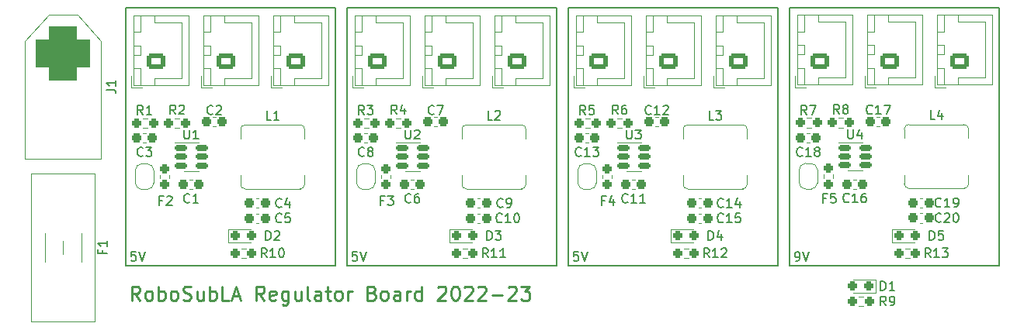
<source format=gto>
G04 #@! TF.GenerationSoftware,KiCad,Pcbnew,(6.0.9)*
G04 #@! TF.CreationDate,2023-02-01T20:00:21-08:00*
G04 #@! TF.ProjectId,regulator_board,72656775-6c61-4746-9f72-5f626f617264,rev?*
G04 #@! TF.SameCoordinates,Original*
G04 #@! TF.FileFunction,Legend,Top*
G04 #@! TF.FilePolarity,Positive*
%FSLAX46Y46*%
G04 Gerber Fmt 4.6, Leading zero omitted, Abs format (unit mm)*
G04 Created by KiCad (PCBNEW (6.0.9)) date 2023-02-01 20:00:21*
%MOMM*%
%LPD*%
G01*
G04 APERTURE LIST*
G04 Aperture macros list*
%AMRoundRect*
0 Rectangle with rounded corners*
0 $1 Rounding radius*
0 $2 $3 $4 $5 $6 $7 $8 $9 X,Y pos of 4 corners*
0 Add a 4 corners polygon primitive as box body*
4,1,4,$2,$3,$4,$5,$6,$7,$8,$9,$2,$3,0*
0 Add four circle primitives for the rounded corners*
1,1,$1+$1,$2,$3*
1,1,$1+$1,$4,$5*
1,1,$1+$1,$6,$7*
1,1,$1+$1,$8,$9*
0 Add four rect primitives between the rounded corners*
20,1,$1+$1,$2,$3,$4,$5,0*
20,1,$1+$1,$4,$5,$6,$7,0*
20,1,$1+$1,$6,$7,$8,$9,0*
20,1,$1+$1,$8,$9,$2,$3,0*%
%AMFreePoly0*
4,1,22,0.500000,-0.750000,0.000000,-0.750000,0.000000,-0.745033,-0.079941,-0.743568,-0.215256,-0.701293,-0.333266,-0.622738,-0.424486,-0.514219,-0.481581,-0.384460,-0.499164,-0.250000,-0.500000,-0.250000,-0.500000,0.250000,-0.499164,0.250000,-0.499963,0.256109,-0.478152,0.396186,-0.417904,0.524511,-0.324060,0.630769,-0.204165,0.706417,-0.067858,0.745374,0.000000,0.744959,0.000000,0.750000,
0.500000,0.750000,0.500000,-0.750000,0.500000,-0.750000,$1*%
%AMFreePoly1*
4,1,20,0.000000,0.744959,0.073905,0.744508,0.209726,0.703889,0.328688,0.626782,0.421226,0.519385,0.479903,0.390333,0.500000,0.250000,0.500000,-0.250000,0.499851,-0.262216,0.476331,-0.402017,0.414519,-0.529596,0.319384,-0.634700,0.198574,-0.708877,0.061801,-0.746166,0.000000,-0.745033,0.000000,-0.750000,-0.500000,-0.750000,-0.500000,0.750000,0.000000,0.750000,0.000000,0.744959,
0.000000,0.744959,$1*%
%AMFreePoly2*
4,1,17,-1.075000,1.162500,-1.059485,1.290712,-1.005777,1.426361,-0.917570,1.542570,-0.801361,1.630777,-0.665712,1.684485,-0.537500,1.700000,1.075000,1.700000,1.075000,-1.700000,-0.537500,-1.700000,-0.665712,-1.684485,-0.801361,-1.630777,-0.917570,-1.542570,-1.005777,-1.426361,-1.059485,-1.290712,-1.075000,-1.162500,-1.075000,1.162500,-1.075000,1.162500,$1*%
%AMFreePoly3*
4,1,17,-1.075000,1.700000,0.537500,1.700000,0.665712,1.684485,0.801361,1.630777,0.917570,1.542570,1.005777,1.426361,1.059485,1.290712,1.075000,1.162500,1.075000,-1.162500,1.059485,-1.290712,1.005777,-1.426361,0.917570,-1.542570,0.801361,-1.630777,0.665712,-1.684485,0.537500,-1.700000,-1.075000,-1.700000,-1.075000,1.700000,-1.075000,1.700000,$1*%
G04 Aperture macros list end*
%ADD10C,0.150000*%
%ADD11C,0.254000*%
%ADD12C,0.120000*%
%ADD13RoundRect,0.237500X0.250000X0.237500X-0.250000X0.237500X-0.250000X-0.237500X0.250000X-0.237500X0*%
%ADD14RoundRect,0.237500X-0.300000X-0.237500X0.300000X-0.237500X0.300000X0.237500X-0.300000X0.237500X0*%
%ADD15RoundRect,1.500000X-1.500000X1.500000X-1.500000X-1.500000X1.500000X-1.500000X1.500000X1.500000X0*%
%ADD16C,6.000000*%
%ADD17RoundRect,0.237500X-0.250000X-0.237500X0.250000X-0.237500X0.250000X0.237500X-0.250000X0.237500X0*%
%ADD18RoundRect,0.237500X0.300000X0.237500X-0.300000X0.237500X-0.300000X-0.237500X0.300000X-0.237500X0*%
%ADD19FreePoly0,90.000000*%
%ADD20FreePoly1,90.000000*%
%ADD21RoundRect,0.150000X-0.512500X-0.150000X0.512500X-0.150000X0.512500X0.150000X-0.512500X0.150000X0*%
%ADD22RoundRect,0.250000X0.750000X-0.600000X0.750000X0.600000X-0.750000X0.600000X-0.750000X-0.600000X0*%
%ADD23O,2.000000X1.700000*%
%ADD24RoundRect,0.237500X0.237500X-0.287500X0.237500X0.287500X-0.237500X0.287500X-0.237500X-0.287500X0*%
%ADD25RoundRect,0.237500X0.287500X0.237500X-0.287500X0.237500X-0.287500X-0.237500X0.287500X-0.237500X0*%
%ADD26C,2.780000*%
%ADD27RoundRect,0.237500X-0.287500X-0.237500X0.287500X-0.237500X0.287500X0.237500X-0.287500X0.237500X0*%
%ADD28C,0.800000*%
%ADD29C,6.400000*%
%ADD30FreePoly2,0.000000*%
%ADD31FreePoly3,0.000000*%
G04 APERTURE END LIST*
D10*
X95758000Y-117348000D02*
X118618000Y-117348000D01*
X118618000Y-117348000D02*
X118618000Y-145542000D01*
X118618000Y-145542000D02*
X95758000Y-145542000D01*
X95758000Y-145542000D02*
X95758000Y-117348000D01*
X119888000Y-117348000D02*
X142748000Y-117348000D01*
X142748000Y-117348000D02*
X142748000Y-145542000D01*
X142748000Y-145542000D02*
X119888000Y-145542000D01*
X119888000Y-145542000D02*
X119888000Y-117348000D01*
X71628000Y-117348000D02*
X94488000Y-117348000D01*
X94488000Y-117348000D02*
X94488000Y-145542000D01*
X94488000Y-145542000D02*
X71628000Y-145542000D01*
X71628000Y-145542000D02*
X71628000Y-117348000D01*
X144018000Y-117348000D02*
X166878000Y-117348000D01*
X166878000Y-117348000D02*
X166878000Y-145542000D01*
X166878000Y-145542000D02*
X144018000Y-145542000D01*
X144018000Y-145542000D02*
X144018000Y-117348000D01*
X144668952Y-144978380D02*
X144859428Y-144978380D01*
X144954666Y-144930761D01*
X145002285Y-144883142D01*
X145097523Y-144740285D01*
X145145142Y-144549809D01*
X145145142Y-144168857D01*
X145097523Y-144073619D01*
X145049904Y-144026000D01*
X144954666Y-143978380D01*
X144764190Y-143978380D01*
X144668952Y-144026000D01*
X144621333Y-144073619D01*
X144573714Y-144168857D01*
X144573714Y-144406952D01*
X144621333Y-144502190D01*
X144668952Y-144549809D01*
X144764190Y-144597428D01*
X144954666Y-144597428D01*
X145049904Y-144549809D01*
X145097523Y-144502190D01*
X145145142Y-144406952D01*
X145430857Y-143978380D02*
X145764190Y-144978380D01*
X146097523Y-143978380D01*
X120967523Y-143978380D02*
X120491333Y-143978380D01*
X120443714Y-144454571D01*
X120491333Y-144406952D01*
X120586571Y-144359333D01*
X120824666Y-144359333D01*
X120919904Y-144406952D01*
X120967523Y-144454571D01*
X121015142Y-144549809D01*
X121015142Y-144787904D01*
X120967523Y-144883142D01*
X120919904Y-144930761D01*
X120824666Y-144978380D01*
X120586571Y-144978380D01*
X120491333Y-144930761D01*
X120443714Y-144883142D01*
X121300857Y-143978380D02*
X121634190Y-144978380D01*
X121967523Y-143978380D01*
D11*
X73153814Y-149279428D02*
X72645814Y-148553714D01*
X72282957Y-149279428D02*
X72282957Y-147755428D01*
X72863528Y-147755428D01*
X73008671Y-147828000D01*
X73081242Y-147900571D01*
X73153814Y-148045714D01*
X73153814Y-148263428D01*
X73081242Y-148408571D01*
X73008671Y-148481142D01*
X72863528Y-148553714D01*
X72282957Y-148553714D01*
X74024671Y-149279428D02*
X73879528Y-149206857D01*
X73806957Y-149134285D01*
X73734385Y-148989142D01*
X73734385Y-148553714D01*
X73806957Y-148408571D01*
X73879528Y-148336000D01*
X74024671Y-148263428D01*
X74242385Y-148263428D01*
X74387528Y-148336000D01*
X74460100Y-148408571D01*
X74532671Y-148553714D01*
X74532671Y-148989142D01*
X74460100Y-149134285D01*
X74387528Y-149206857D01*
X74242385Y-149279428D01*
X74024671Y-149279428D01*
X75185814Y-149279428D02*
X75185814Y-147755428D01*
X75185814Y-148336000D02*
X75330957Y-148263428D01*
X75621242Y-148263428D01*
X75766385Y-148336000D01*
X75838957Y-148408571D01*
X75911528Y-148553714D01*
X75911528Y-148989142D01*
X75838957Y-149134285D01*
X75766385Y-149206857D01*
X75621242Y-149279428D01*
X75330957Y-149279428D01*
X75185814Y-149206857D01*
X76782385Y-149279428D02*
X76637242Y-149206857D01*
X76564671Y-149134285D01*
X76492100Y-148989142D01*
X76492100Y-148553714D01*
X76564671Y-148408571D01*
X76637242Y-148336000D01*
X76782385Y-148263428D01*
X77000100Y-148263428D01*
X77145242Y-148336000D01*
X77217814Y-148408571D01*
X77290385Y-148553714D01*
X77290385Y-148989142D01*
X77217814Y-149134285D01*
X77145242Y-149206857D01*
X77000100Y-149279428D01*
X76782385Y-149279428D01*
X77870957Y-149206857D02*
X78088671Y-149279428D01*
X78451528Y-149279428D01*
X78596671Y-149206857D01*
X78669242Y-149134285D01*
X78741814Y-148989142D01*
X78741814Y-148844000D01*
X78669242Y-148698857D01*
X78596671Y-148626285D01*
X78451528Y-148553714D01*
X78161242Y-148481142D01*
X78016100Y-148408571D01*
X77943528Y-148336000D01*
X77870957Y-148190857D01*
X77870957Y-148045714D01*
X77943528Y-147900571D01*
X78016100Y-147828000D01*
X78161242Y-147755428D01*
X78524100Y-147755428D01*
X78741814Y-147828000D01*
X80048100Y-148263428D02*
X80048100Y-149279428D01*
X79394957Y-148263428D02*
X79394957Y-149061714D01*
X79467528Y-149206857D01*
X79612671Y-149279428D01*
X79830385Y-149279428D01*
X79975528Y-149206857D01*
X80048100Y-149134285D01*
X80773814Y-149279428D02*
X80773814Y-147755428D01*
X80773814Y-148336000D02*
X80918957Y-148263428D01*
X81209242Y-148263428D01*
X81354385Y-148336000D01*
X81426957Y-148408571D01*
X81499528Y-148553714D01*
X81499528Y-148989142D01*
X81426957Y-149134285D01*
X81354385Y-149206857D01*
X81209242Y-149279428D01*
X80918957Y-149279428D01*
X80773814Y-149206857D01*
X82878385Y-149279428D02*
X82152671Y-149279428D01*
X82152671Y-147755428D01*
X83313814Y-148844000D02*
X84039528Y-148844000D01*
X83168671Y-149279428D02*
X83676671Y-147755428D01*
X84184671Y-149279428D01*
X86724671Y-149279428D02*
X86216671Y-148553714D01*
X85853814Y-149279428D02*
X85853814Y-147755428D01*
X86434385Y-147755428D01*
X86579528Y-147828000D01*
X86652100Y-147900571D01*
X86724671Y-148045714D01*
X86724671Y-148263428D01*
X86652100Y-148408571D01*
X86579528Y-148481142D01*
X86434385Y-148553714D01*
X85853814Y-148553714D01*
X87958385Y-149206857D02*
X87813242Y-149279428D01*
X87522957Y-149279428D01*
X87377814Y-149206857D01*
X87305242Y-149061714D01*
X87305242Y-148481142D01*
X87377814Y-148336000D01*
X87522957Y-148263428D01*
X87813242Y-148263428D01*
X87958385Y-148336000D01*
X88030957Y-148481142D01*
X88030957Y-148626285D01*
X87305242Y-148771428D01*
X89337242Y-148263428D02*
X89337242Y-149497142D01*
X89264671Y-149642285D01*
X89192100Y-149714857D01*
X89046957Y-149787428D01*
X88829242Y-149787428D01*
X88684100Y-149714857D01*
X89337242Y-149206857D02*
X89192100Y-149279428D01*
X88901814Y-149279428D01*
X88756671Y-149206857D01*
X88684100Y-149134285D01*
X88611528Y-148989142D01*
X88611528Y-148553714D01*
X88684100Y-148408571D01*
X88756671Y-148336000D01*
X88901814Y-148263428D01*
X89192100Y-148263428D01*
X89337242Y-148336000D01*
X90716100Y-148263428D02*
X90716100Y-149279428D01*
X90062957Y-148263428D02*
X90062957Y-149061714D01*
X90135528Y-149206857D01*
X90280671Y-149279428D01*
X90498385Y-149279428D01*
X90643528Y-149206857D01*
X90716100Y-149134285D01*
X91659528Y-149279428D02*
X91514385Y-149206857D01*
X91441814Y-149061714D01*
X91441814Y-147755428D01*
X92893242Y-149279428D02*
X92893242Y-148481142D01*
X92820671Y-148336000D01*
X92675528Y-148263428D01*
X92385242Y-148263428D01*
X92240100Y-148336000D01*
X92893242Y-149206857D02*
X92748100Y-149279428D01*
X92385242Y-149279428D01*
X92240100Y-149206857D01*
X92167528Y-149061714D01*
X92167528Y-148916571D01*
X92240100Y-148771428D01*
X92385242Y-148698857D01*
X92748100Y-148698857D01*
X92893242Y-148626285D01*
X93401242Y-148263428D02*
X93981814Y-148263428D01*
X93618957Y-147755428D02*
X93618957Y-149061714D01*
X93691528Y-149206857D01*
X93836671Y-149279428D01*
X93981814Y-149279428D01*
X94707528Y-149279428D02*
X94562385Y-149206857D01*
X94489814Y-149134285D01*
X94417242Y-148989142D01*
X94417242Y-148553714D01*
X94489814Y-148408571D01*
X94562385Y-148336000D01*
X94707528Y-148263428D01*
X94925242Y-148263428D01*
X95070385Y-148336000D01*
X95142957Y-148408571D01*
X95215528Y-148553714D01*
X95215528Y-148989142D01*
X95142957Y-149134285D01*
X95070385Y-149206857D01*
X94925242Y-149279428D01*
X94707528Y-149279428D01*
X95868671Y-149279428D02*
X95868671Y-148263428D01*
X95868671Y-148553714D02*
X95941242Y-148408571D01*
X96013814Y-148336000D01*
X96158957Y-148263428D01*
X96304099Y-148263428D01*
X98481242Y-148481142D02*
X98698957Y-148553714D01*
X98771528Y-148626285D01*
X98844100Y-148771428D01*
X98844100Y-148989142D01*
X98771528Y-149134285D01*
X98698957Y-149206857D01*
X98553814Y-149279428D01*
X97973242Y-149279428D01*
X97973242Y-147755428D01*
X98481242Y-147755428D01*
X98626385Y-147828000D01*
X98698957Y-147900571D01*
X98771528Y-148045714D01*
X98771528Y-148190857D01*
X98698957Y-148336000D01*
X98626385Y-148408571D01*
X98481242Y-148481142D01*
X97973242Y-148481142D01*
X99714957Y-149279428D02*
X99569814Y-149206857D01*
X99497242Y-149134285D01*
X99424671Y-148989142D01*
X99424671Y-148553714D01*
X99497242Y-148408571D01*
X99569814Y-148336000D01*
X99714957Y-148263428D01*
X99932671Y-148263428D01*
X100077814Y-148336000D01*
X100150385Y-148408571D01*
X100222957Y-148553714D01*
X100222957Y-148989142D01*
X100150385Y-149134285D01*
X100077814Y-149206857D01*
X99932671Y-149279428D01*
X99714957Y-149279428D01*
X101529242Y-149279428D02*
X101529242Y-148481142D01*
X101456671Y-148336000D01*
X101311528Y-148263428D01*
X101021242Y-148263428D01*
X100876099Y-148336000D01*
X101529242Y-149206857D02*
X101384099Y-149279428D01*
X101021242Y-149279428D01*
X100876099Y-149206857D01*
X100803528Y-149061714D01*
X100803528Y-148916571D01*
X100876099Y-148771428D01*
X101021242Y-148698857D01*
X101384099Y-148698857D01*
X101529242Y-148626285D01*
X102254957Y-149279428D02*
X102254957Y-148263428D01*
X102254957Y-148553714D02*
X102327528Y-148408571D01*
X102400099Y-148336000D01*
X102545242Y-148263428D01*
X102690385Y-148263428D01*
X103851528Y-149279428D02*
X103851528Y-147755428D01*
X103851528Y-149206857D02*
X103706385Y-149279428D01*
X103416099Y-149279428D01*
X103270957Y-149206857D01*
X103198385Y-149134285D01*
X103125814Y-148989142D01*
X103125814Y-148553714D01*
X103198385Y-148408571D01*
X103270957Y-148336000D01*
X103416099Y-148263428D01*
X103706385Y-148263428D01*
X103851528Y-148336000D01*
X105665814Y-147900571D02*
X105738385Y-147828000D01*
X105883528Y-147755428D01*
X106246385Y-147755428D01*
X106391528Y-147828000D01*
X106464099Y-147900571D01*
X106536671Y-148045714D01*
X106536671Y-148190857D01*
X106464099Y-148408571D01*
X105593242Y-149279428D01*
X106536671Y-149279428D01*
X107480100Y-147755428D02*
X107625242Y-147755428D01*
X107770385Y-147828000D01*
X107842957Y-147900571D01*
X107915528Y-148045714D01*
X107988100Y-148336000D01*
X107988100Y-148698857D01*
X107915528Y-148989142D01*
X107842957Y-149134285D01*
X107770385Y-149206857D01*
X107625242Y-149279428D01*
X107480100Y-149279428D01*
X107334957Y-149206857D01*
X107262385Y-149134285D01*
X107189814Y-148989142D01*
X107117242Y-148698857D01*
X107117242Y-148336000D01*
X107189814Y-148045714D01*
X107262385Y-147900571D01*
X107334957Y-147828000D01*
X107480100Y-147755428D01*
X108568671Y-147900571D02*
X108641242Y-147828000D01*
X108786385Y-147755428D01*
X109149242Y-147755428D01*
X109294385Y-147828000D01*
X109366957Y-147900571D01*
X109439528Y-148045714D01*
X109439528Y-148190857D01*
X109366957Y-148408571D01*
X108496100Y-149279428D01*
X109439528Y-149279428D01*
X110020100Y-147900571D02*
X110092671Y-147828000D01*
X110237814Y-147755428D01*
X110600671Y-147755428D01*
X110745814Y-147828000D01*
X110818385Y-147900571D01*
X110890957Y-148045714D01*
X110890957Y-148190857D01*
X110818385Y-148408571D01*
X109947528Y-149279428D01*
X110890957Y-149279428D01*
X111544100Y-148698857D02*
X112705242Y-148698857D01*
X113358385Y-147900571D02*
X113430957Y-147828000D01*
X113576100Y-147755428D01*
X113938957Y-147755428D01*
X114084100Y-147828000D01*
X114156671Y-147900571D01*
X114229242Y-148045714D01*
X114229242Y-148190857D01*
X114156671Y-148408571D01*
X113285814Y-149279428D01*
X114229242Y-149279428D01*
X114737242Y-147755428D02*
X115680671Y-147755428D01*
X115172671Y-148336000D01*
X115390385Y-148336000D01*
X115535528Y-148408571D01*
X115608100Y-148481142D01*
X115680671Y-148626285D01*
X115680671Y-148989142D01*
X115608100Y-149134285D01*
X115535528Y-149206857D01*
X115390385Y-149279428D01*
X114954957Y-149279428D01*
X114809814Y-149206857D01*
X114737242Y-149134285D01*
D10*
X72707523Y-143978380D02*
X72231333Y-143978380D01*
X72183714Y-144454571D01*
X72231333Y-144406952D01*
X72326571Y-144359333D01*
X72564666Y-144359333D01*
X72659904Y-144406952D01*
X72707523Y-144454571D01*
X72755142Y-144549809D01*
X72755142Y-144787904D01*
X72707523Y-144883142D01*
X72659904Y-144930761D01*
X72564666Y-144978380D01*
X72326571Y-144978380D01*
X72231333Y-144930761D01*
X72183714Y-144883142D01*
X73040857Y-143978380D02*
X73374190Y-144978380D01*
X73707523Y-143978380D01*
X96837523Y-143978380D02*
X96361333Y-143978380D01*
X96313714Y-144454571D01*
X96361333Y-144406952D01*
X96456571Y-144359333D01*
X96694666Y-144359333D01*
X96789904Y-144406952D01*
X96837523Y-144454571D01*
X96885142Y-144549809D01*
X96885142Y-144787904D01*
X96837523Y-144883142D01*
X96789904Y-144930761D01*
X96694666Y-144978380D01*
X96456571Y-144978380D01*
X96361333Y-144930761D01*
X96313714Y-144883142D01*
X97170857Y-143978380D02*
X97504190Y-144978380D01*
X97837523Y-143978380D01*
X154519333Y-149849130D02*
X154186000Y-149372940D01*
X153947904Y-149849130D02*
X153947904Y-148849130D01*
X154328857Y-148849130D01*
X154424095Y-148896750D01*
X154471714Y-148944369D01*
X154519333Y-149039607D01*
X154519333Y-149182464D01*
X154471714Y-149277702D01*
X154424095Y-149325321D01*
X154328857Y-149372940D01*
X153947904Y-149372940D01*
X154995523Y-149849130D02*
X155186000Y-149849130D01*
X155281238Y-149801511D01*
X155328857Y-149753892D01*
X155424095Y-149611035D01*
X155471714Y-149420559D01*
X155471714Y-149039607D01*
X155424095Y-148944369D01*
X155376476Y-148896750D01*
X155281238Y-148849130D01*
X155090761Y-148849130D01*
X154995523Y-148896750D01*
X154947904Y-148944369D01*
X154900285Y-149039607D01*
X154900285Y-149277702D01*
X154947904Y-149372940D01*
X154995523Y-149420559D01*
X155090761Y-149468178D01*
X155281238Y-149468178D01*
X155376476Y-149420559D01*
X155424095Y-149372940D01*
X155471714Y-149277702D01*
X78573333Y-138533142D02*
X78525714Y-138580761D01*
X78382857Y-138628380D01*
X78287619Y-138628380D01*
X78144761Y-138580761D01*
X78049523Y-138485523D01*
X78001904Y-138390285D01*
X77954285Y-138199809D01*
X77954285Y-138056952D01*
X78001904Y-137866476D01*
X78049523Y-137771238D01*
X78144761Y-137676000D01*
X78287619Y-137628380D01*
X78382857Y-137628380D01*
X78525714Y-137676000D01*
X78573333Y-137723619D01*
X79525714Y-138628380D02*
X78954285Y-138628380D01*
X79240000Y-138628380D02*
X79240000Y-137628380D01*
X79144761Y-137771238D01*
X79049523Y-137866476D01*
X78954285Y-137914095D01*
X69522380Y-126273333D02*
X70236666Y-126273333D01*
X70379523Y-126320952D01*
X70474761Y-126416190D01*
X70522380Y-126559047D01*
X70522380Y-126654285D01*
X70522380Y-125273333D02*
X70522380Y-125844761D01*
X70522380Y-125559047D02*
X69522380Y-125559047D01*
X69665238Y-125654285D01*
X69760476Y-125749523D01*
X69808095Y-125844761D01*
X86987142Y-144597380D02*
X86653809Y-144121190D01*
X86415714Y-144597380D02*
X86415714Y-143597380D01*
X86796666Y-143597380D01*
X86891904Y-143645000D01*
X86939523Y-143692619D01*
X86987142Y-143787857D01*
X86987142Y-143930714D01*
X86939523Y-144025952D01*
X86891904Y-144073571D01*
X86796666Y-144121190D01*
X86415714Y-144121190D01*
X87939523Y-144597380D02*
X87368095Y-144597380D01*
X87653809Y-144597380D02*
X87653809Y-143597380D01*
X87558571Y-143740238D01*
X87463333Y-143835476D01*
X87368095Y-143883095D01*
X88558571Y-143597380D02*
X88653809Y-143597380D01*
X88749047Y-143645000D01*
X88796666Y-143692619D01*
X88844285Y-143787857D01*
X88891904Y-143978333D01*
X88891904Y-144216428D01*
X88844285Y-144406904D01*
X88796666Y-144502142D01*
X88749047Y-144549761D01*
X88653809Y-144597380D01*
X88558571Y-144597380D01*
X88463333Y-144549761D01*
X88415714Y-144502142D01*
X88368095Y-144406904D01*
X88320476Y-144216428D01*
X88320476Y-143978333D01*
X88368095Y-143787857D01*
X88415714Y-143692619D01*
X88463333Y-143645000D01*
X88558571Y-143597380D01*
X136771142Y-140692142D02*
X136723523Y-140739761D01*
X136580666Y-140787380D01*
X136485428Y-140787380D01*
X136342571Y-140739761D01*
X136247333Y-140644523D01*
X136199714Y-140549285D01*
X136152095Y-140358809D01*
X136152095Y-140215952D01*
X136199714Y-140025476D01*
X136247333Y-139930238D01*
X136342571Y-139835000D01*
X136485428Y-139787380D01*
X136580666Y-139787380D01*
X136723523Y-139835000D01*
X136771142Y-139882619D01*
X137723523Y-140787380D02*
X137152095Y-140787380D01*
X137437809Y-140787380D02*
X137437809Y-139787380D01*
X137342571Y-139930238D01*
X137247333Y-140025476D01*
X137152095Y-140073095D01*
X138628285Y-139787380D02*
X138152095Y-139787380D01*
X138104476Y-140263571D01*
X138152095Y-140215952D01*
X138247333Y-140168333D01*
X138485428Y-140168333D01*
X138580666Y-140215952D01*
X138628285Y-140263571D01*
X138675904Y-140358809D01*
X138675904Y-140596904D01*
X138628285Y-140692142D01*
X138580666Y-140739761D01*
X138485428Y-140787380D01*
X138247333Y-140787380D01*
X138152095Y-140739761D01*
X138104476Y-140692142D01*
X81113333Y-128881142D02*
X81065714Y-128928761D01*
X80922857Y-128976380D01*
X80827619Y-128976380D01*
X80684761Y-128928761D01*
X80589523Y-128833523D01*
X80541904Y-128738285D01*
X80494285Y-128547809D01*
X80494285Y-128404952D01*
X80541904Y-128214476D01*
X80589523Y-128119238D01*
X80684761Y-128024000D01*
X80827619Y-127976380D01*
X80922857Y-127976380D01*
X81065714Y-128024000D01*
X81113333Y-128071619D01*
X81494285Y-128071619D02*
X81541904Y-128024000D01*
X81637142Y-127976380D01*
X81875238Y-127976380D01*
X81970476Y-128024000D01*
X82018095Y-128071619D01*
X82065714Y-128166857D01*
X82065714Y-128262095D01*
X82018095Y-128404952D01*
X81446666Y-128976380D01*
X82065714Y-128976380D01*
X159377142Y-144597380D02*
X159043809Y-144121190D01*
X158805714Y-144597380D02*
X158805714Y-143597380D01*
X159186666Y-143597380D01*
X159281904Y-143645000D01*
X159329523Y-143692619D01*
X159377142Y-143787857D01*
X159377142Y-143930714D01*
X159329523Y-144025952D01*
X159281904Y-144073571D01*
X159186666Y-144121190D01*
X158805714Y-144121190D01*
X160329523Y-144597380D02*
X159758095Y-144597380D01*
X160043809Y-144597380D02*
X160043809Y-143597380D01*
X159948571Y-143740238D01*
X159853333Y-143835476D01*
X159758095Y-143883095D01*
X160662857Y-143597380D02*
X161281904Y-143597380D01*
X160948571Y-143978333D01*
X161091428Y-143978333D01*
X161186666Y-144025952D01*
X161234285Y-144073571D01*
X161281904Y-144168809D01*
X161281904Y-144406904D01*
X161234285Y-144502142D01*
X161186666Y-144549761D01*
X161091428Y-144597380D01*
X160805714Y-144597380D01*
X160710476Y-144549761D01*
X160662857Y-144502142D01*
X126238095Y-130656380D02*
X126238095Y-131465904D01*
X126285714Y-131561142D01*
X126333333Y-131608761D01*
X126428571Y-131656380D01*
X126619047Y-131656380D01*
X126714285Y-131608761D01*
X126761904Y-131561142D01*
X126809523Y-131465904D01*
X126809523Y-130656380D01*
X127190476Y-130656380D02*
X127809523Y-130656380D01*
X127476190Y-131037333D01*
X127619047Y-131037333D01*
X127714285Y-131084952D01*
X127761904Y-131132571D01*
X127809523Y-131227809D01*
X127809523Y-131465904D01*
X127761904Y-131561142D01*
X127714285Y-131608761D01*
X127619047Y-131656380D01*
X127333333Y-131656380D01*
X127238095Y-131608761D01*
X127190476Y-131561142D01*
X111117142Y-144597380D02*
X110783809Y-144121190D01*
X110545714Y-144597380D02*
X110545714Y-143597380D01*
X110926666Y-143597380D01*
X111021904Y-143645000D01*
X111069523Y-143692619D01*
X111117142Y-143787857D01*
X111117142Y-143930714D01*
X111069523Y-144025952D01*
X111021904Y-144073571D01*
X110926666Y-144121190D01*
X110545714Y-144121190D01*
X112069523Y-144597380D02*
X111498095Y-144597380D01*
X111783809Y-144597380D02*
X111783809Y-143597380D01*
X111688571Y-143740238D01*
X111593333Y-143835476D01*
X111498095Y-143883095D01*
X113021904Y-144597380D02*
X112450476Y-144597380D01*
X112736190Y-144597380D02*
X112736190Y-143597380D01*
X112640952Y-143740238D01*
X112545714Y-143835476D01*
X112450476Y-143883095D01*
X88606333Y-139041142D02*
X88558714Y-139088761D01*
X88415857Y-139136380D01*
X88320619Y-139136380D01*
X88177761Y-139088761D01*
X88082523Y-138993523D01*
X88034904Y-138898285D01*
X87987285Y-138707809D01*
X87987285Y-138564952D01*
X88034904Y-138374476D01*
X88082523Y-138279238D01*
X88177761Y-138184000D01*
X88320619Y-138136380D01*
X88415857Y-138136380D01*
X88558714Y-138184000D01*
X88606333Y-138231619D01*
X89463476Y-138469714D02*
X89463476Y-139136380D01*
X89225380Y-138088761D02*
X88987285Y-138803047D01*
X89606333Y-138803047D01*
X123872666Y-138358571D02*
X123539333Y-138358571D01*
X123539333Y-138882380D02*
X123539333Y-137882380D01*
X124015523Y-137882380D01*
X124825047Y-138215714D02*
X124825047Y-138882380D01*
X124586952Y-137834761D02*
X124348857Y-138549047D01*
X124967904Y-138549047D01*
X75612666Y-138358571D02*
X75279333Y-138358571D01*
X75279333Y-138882380D02*
X75279333Y-137882380D01*
X75755523Y-137882380D01*
X76088857Y-137977619D02*
X76136476Y-137930000D01*
X76231714Y-137882380D01*
X76469809Y-137882380D01*
X76565047Y-137930000D01*
X76612666Y-137977619D01*
X76660285Y-138072857D01*
X76660285Y-138168095D01*
X76612666Y-138310952D01*
X76041238Y-138882380D01*
X76660285Y-138882380D01*
X160520142Y-139001142D02*
X160472523Y-139048761D01*
X160329666Y-139096380D01*
X160234428Y-139096380D01*
X160091571Y-139048761D01*
X159996333Y-138953523D01*
X159948714Y-138858285D01*
X159901095Y-138667809D01*
X159901095Y-138524952D01*
X159948714Y-138334476D01*
X159996333Y-138239238D01*
X160091571Y-138144000D01*
X160234428Y-138096380D01*
X160329666Y-138096380D01*
X160472523Y-138144000D01*
X160520142Y-138191619D01*
X161472523Y-139096380D02*
X160901095Y-139096380D01*
X161186809Y-139096380D02*
X161186809Y-138096380D01*
X161091571Y-138239238D01*
X160996333Y-138334476D01*
X160901095Y-138382095D01*
X161948714Y-139096380D02*
X162139190Y-139096380D01*
X162234428Y-139048761D01*
X162282047Y-139001142D01*
X162377285Y-138858285D01*
X162424904Y-138667809D01*
X162424904Y-138286857D01*
X162377285Y-138191619D01*
X162329666Y-138144000D01*
X162234428Y-138096380D01*
X162043952Y-138096380D01*
X161948714Y-138144000D01*
X161901095Y-138191619D01*
X161853476Y-138286857D01*
X161853476Y-138524952D01*
X161901095Y-138620190D01*
X161948714Y-138667809D01*
X162043952Y-138715428D01*
X162234428Y-138715428D01*
X162329666Y-138667809D01*
X162377285Y-138620190D01*
X162424904Y-138524952D01*
X97623333Y-133453142D02*
X97575714Y-133500761D01*
X97432857Y-133548380D01*
X97337619Y-133548380D01*
X97194761Y-133500761D01*
X97099523Y-133405523D01*
X97051904Y-133310285D01*
X97004285Y-133119809D01*
X97004285Y-132976952D01*
X97051904Y-132786476D01*
X97099523Y-132691238D01*
X97194761Y-132596000D01*
X97337619Y-132548380D01*
X97432857Y-132548380D01*
X97575714Y-132596000D01*
X97623333Y-132643619D01*
X98194761Y-132976952D02*
X98099523Y-132929333D01*
X98051904Y-132881714D01*
X98004285Y-132786476D01*
X98004285Y-132738857D01*
X98051904Y-132643619D01*
X98099523Y-132596000D01*
X98194761Y-132548380D01*
X98385238Y-132548380D01*
X98480476Y-132596000D01*
X98528095Y-132643619D01*
X98575714Y-132738857D01*
X98575714Y-132786476D01*
X98528095Y-132881714D01*
X98480476Y-132929333D01*
X98385238Y-132976952D01*
X98194761Y-132976952D01*
X98099523Y-133024571D01*
X98051904Y-133072190D01*
X98004285Y-133167428D01*
X98004285Y-133357904D01*
X98051904Y-133453142D01*
X98099523Y-133500761D01*
X98194761Y-133548380D01*
X98385238Y-133548380D01*
X98480476Y-133500761D01*
X98528095Y-133453142D01*
X98575714Y-133357904D01*
X98575714Y-133167428D01*
X98528095Y-133072190D01*
X98480476Y-133024571D01*
X98385238Y-132976952D01*
X153947904Y-148198130D02*
X153947904Y-147198130D01*
X154186000Y-147198130D01*
X154328857Y-147245750D01*
X154424095Y-147340988D01*
X154471714Y-147436226D01*
X154519333Y-147626702D01*
X154519333Y-147769559D01*
X154471714Y-147960035D01*
X154424095Y-148055273D01*
X154328857Y-148150511D01*
X154186000Y-148198130D01*
X153947904Y-148198130D01*
X155471714Y-148198130D02*
X154900285Y-148198130D01*
X155186000Y-148198130D02*
X155186000Y-147198130D01*
X155090761Y-147340988D01*
X154995523Y-147436226D01*
X154900285Y-147483845D01*
X69068571Y-143843333D02*
X69068571Y-144176666D01*
X69592380Y-144176666D02*
X68592380Y-144176666D01*
X68592380Y-143700476D01*
X69592380Y-142795714D02*
X69592380Y-143367142D01*
X69592380Y-143081428D02*
X68592380Y-143081428D01*
X68735238Y-143176666D01*
X68830476Y-143271904D01*
X68878095Y-143367142D01*
X135151904Y-142692380D02*
X135151904Y-141692380D01*
X135390000Y-141692380D01*
X135532857Y-141740000D01*
X135628095Y-141835238D01*
X135675714Y-141930476D01*
X135723333Y-142120952D01*
X135723333Y-142263809D01*
X135675714Y-142454285D01*
X135628095Y-142549523D01*
X135532857Y-142644761D01*
X135390000Y-142692380D01*
X135151904Y-142692380D01*
X136580476Y-142025714D02*
X136580476Y-142692380D01*
X136342380Y-141644761D02*
X136104285Y-142359047D01*
X136723333Y-142359047D01*
X111593333Y-129556380D02*
X111117142Y-129556380D01*
X111117142Y-128556380D01*
X111879047Y-128651619D02*
X111926666Y-128604000D01*
X112021904Y-128556380D01*
X112260000Y-128556380D01*
X112355238Y-128604000D01*
X112402857Y-128651619D01*
X112450476Y-128746857D01*
X112450476Y-128842095D01*
X112402857Y-128984952D01*
X111831428Y-129556380D01*
X112450476Y-129556380D01*
X105243333Y-128881142D02*
X105195714Y-128928761D01*
X105052857Y-128976380D01*
X104957619Y-128976380D01*
X104814761Y-128928761D01*
X104719523Y-128833523D01*
X104671904Y-128738285D01*
X104624285Y-128547809D01*
X104624285Y-128404952D01*
X104671904Y-128214476D01*
X104719523Y-128119238D01*
X104814761Y-128024000D01*
X104957619Y-127976380D01*
X105052857Y-127976380D01*
X105195714Y-128024000D01*
X105243333Y-128071619D01*
X105576666Y-127976380D02*
X106243333Y-127976380D01*
X105814761Y-128976380D01*
X102703333Y-138533142D02*
X102655714Y-138580761D01*
X102512857Y-138628380D01*
X102417619Y-138628380D01*
X102274761Y-138580761D01*
X102179523Y-138485523D01*
X102131904Y-138390285D01*
X102084285Y-138199809D01*
X102084285Y-138056952D01*
X102131904Y-137866476D01*
X102179523Y-137771238D01*
X102274761Y-137676000D01*
X102417619Y-137628380D01*
X102512857Y-137628380D01*
X102655714Y-137676000D01*
X102703333Y-137723619D01*
X103560476Y-137628380D02*
X103370000Y-137628380D01*
X103274761Y-137676000D01*
X103227142Y-137723619D01*
X103131904Y-137866476D01*
X103084285Y-138056952D01*
X103084285Y-138437904D01*
X103131904Y-138533142D01*
X103179523Y-138580761D01*
X103274761Y-138628380D01*
X103465238Y-138628380D01*
X103560476Y-138580761D01*
X103608095Y-138533142D01*
X103655714Y-138437904D01*
X103655714Y-138199809D01*
X103608095Y-138104571D01*
X103560476Y-138056952D01*
X103465238Y-138009333D01*
X103274761Y-138009333D01*
X103179523Y-138056952D01*
X103131904Y-138104571D01*
X103084285Y-138199809D01*
X101179333Y-128943380D02*
X100846000Y-128467190D01*
X100607904Y-128943380D02*
X100607904Y-127943380D01*
X100988857Y-127943380D01*
X101084095Y-127991000D01*
X101131714Y-128038619D01*
X101179333Y-128133857D01*
X101179333Y-128276714D01*
X101131714Y-128371952D01*
X101084095Y-128419571D01*
X100988857Y-128467190D01*
X100607904Y-128467190D01*
X102036476Y-128276714D02*
X102036476Y-128943380D01*
X101798380Y-127895761D02*
X101560285Y-128610047D01*
X102179333Y-128610047D01*
X145407142Y-133453142D02*
X145359523Y-133500761D01*
X145216666Y-133548380D01*
X145121428Y-133548380D01*
X144978571Y-133500761D01*
X144883333Y-133405523D01*
X144835714Y-133310285D01*
X144788095Y-133119809D01*
X144788095Y-132976952D01*
X144835714Y-132786476D01*
X144883333Y-132691238D01*
X144978571Y-132596000D01*
X145121428Y-132548380D01*
X145216666Y-132548380D01*
X145359523Y-132596000D01*
X145407142Y-132643619D01*
X146359523Y-133548380D02*
X145788095Y-133548380D01*
X146073809Y-133548380D02*
X146073809Y-132548380D01*
X145978571Y-132691238D01*
X145883333Y-132786476D01*
X145788095Y-132834095D01*
X146930952Y-132976952D02*
X146835714Y-132929333D01*
X146788095Y-132881714D01*
X146740476Y-132786476D01*
X146740476Y-132738857D01*
X146788095Y-132643619D01*
X146835714Y-132596000D01*
X146930952Y-132548380D01*
X147121428Y-132548380D01*
X147216666Y-132596000D01*
X147264285Y-132643619D01*
X147311904Y-132738857D01*
X147311904Y-132786476D01*
X147264285Y-132881714D01*
X147216666Y-132929333D01*
X147121428Y-132976952D01*
X146930952Y-132976952D01*
X146835714Y-133024571D01*
X146788095Y-133072190D01*
X146740476Y-133167428D01*
X146740476Y-133357904D01*
X146788095Y-133453142D01*
X146835714Y-133500761D01*
X146930952Y-133548380D01*
X147121428Y-133548380D01*
X147216666Y-133500761D01*
X147264285Y-133453142D01*
X147311904Y-133357904D01*
X147311904Y-133167428D01*
X147264285Y-133072190D01*
X147216666Y-133024571D01*
X147121428Y-132976952D01*
X121753333Y-128976380D02*
X121420000Y-128500190D01*
X121181904Y-128976380D02*
X121181904Y-127976380D01*
X121562857Y-127976380D01*
X121658095Y-128024000D01*
X121705714Y-128071619D01*
X121753333Y-128166857D01*
X121753333Y-128309714D01*
X121705714Y-128404952D01*
X121658095Y-128452571D01*
X121562857Y-128500190D01*
X121181904Y-128500190D01*
X122658095Y-127976380D02*
X122181904Y-127976380D01*
X122134285Y-128452571D01*
X122181904Y-128404952D01*
X122277142Y-128357333D01*
X122515238Y-128357333D01*
X122610476Y-128404952D01*
X122658095Y-128452571D01*
X122705714Y-128547809D01*
X122705714Y-128785904D01*
X122658095Y-128881142D01*
X122610476Y-128928761D01*
X122515238Y-128976380D01*
X122277142Y-128976380D01*
X122181904Y-128928761D01*
X122134285Y-128881142D01*
X153027142Y-128841142D02*
X152979523Y-128888761D01*
X152836666Y-128936380D01*
X152741428Y-128936380D01*
X152598571Y-128888761D01*
X152503333Y-128793523D01*
X152455714Y-128698285D01*
X152408095Y-128507809D01*
X152408095Y-128364952D01*
X152455714Y-128174476D01*
X152503333Y-128079238D01*
X152598571Y-127984000D01*
X152741428Y-127936380D01*
X152836666Y-127936380D01*
X152979523Y-127984000D01*
X153027142Y-128031619D01*
X153979523Y-128936380D02*
X153408095Y-128936380D01*
X153693809Y-128936380D02*
X153693809Y-127936380D01*
X153598571Y-128079238D01*
X153503333Y-128174476D01*
X153408095Y-128222095D01*
X154312857Y-127936380D02*
X154979523Y-127936380D01*
X154550952Y-128936380D01*
X73493333Y-133453142D02*
X73445714Y-133500761D01*
X73302857Y-133548380D01*
X73207619Y-133548380D01*
X73064761Y-133500761D01*
X72969523Y-133405523D01*
X72921904Y-133310285D01*
X72874285Y-133119809D01*
X72874285Y-132976952D01*
X72921904Y-132786476D01*
X72969523Y-132691238D01*
X73064761Y-132596000D01*
X73207619Y-132548380D01*
X73302857Y-132548380D01*
X73445714Y-132596000D01*
X73493333Y-132643619D01*
X73826666Y-132548380D02*
X74445714Y-132548380D01*
X74112380Y-132929333D01*
X74255238Y-132929333D01*
X74350476Y-132976952D01*
X74398095Y-133024571D01*
X74445714Y-133119809D01*
X74445714Y-133357904D01*
X74398095Y-133453142D01*
X74350476Y-133500761D01*
X74255238Y-133548380D01*
X73969523Y-133548380D01*
X73874285Y-133500761D01*
X73826666Y-133453142D01*
X150487142Y-138493142D02*
X150439523Y-138540761D01*
X150296666Y-138588380D01*
X150201428Y-138588380D01*
X150058571Y-138540761D01*
X149963333Y-138445523D01*
X149915714Y-138350285D01*
X149868095Y-138159809D01*
X149868095Y-138016952D01*
X149915714Y-137826476D01*
X149963333Y-137731238D01*
X150058571Y-137636000D01*
X150201428Y-137588380D01*
X150296666Y-137588380D01*
X150439523Y-137636000D01*
X150487142Y-137683619D01*
X151439523Y-138588380D02*
X150868095Y-138588380D01*
X151153809Y-138588380D02*
X151153809Y-137588380D01*
X151058571Y-137731238D01*
X150963333Y-137826476D01*
X150868095Y-137874095D01*
X152296666Y-137588380D02*
X152106190Y-137588380D01*
X152010952Y-137636000D01*
X151963333Y-137683619D01*
X151868095Y-137826476D01*
X151820476Y-138016952D01*
X151820476Y-138397904D01*
X151868095Y-138493142D01*
X151915714Y-138540761D01*
X152010952Y-138588380D01*
X152201428Y-138588380D01*
X152296666Y-138540761D01*
X152344285Y-138493142D01*
X152391904Y-138397904D01*
X152391904Y-138159809D01*
X152344285Y-138064571D01*
X152296666Y-138016952D01*
X152201428Y-137969333D01*
X152010952Y-137969333D01*
X151915714Y-138016952D01*
X151868095Y-138064571D01*
X151820476Y-138159809D01*
X160520142Y-140652142D02*
X160472523Y-140699761D01*
X160329666Y-140747380D01*
X160234428Y-140747380D01*
X160091571Y-140699761D01*
X159996333Y-140604523D01*
X159948714Y-140509285D01*
X159901095Y-140318809D01*
X159901095Y-140175952D01*
X159948714Y-139985476D01*
X159996333Y-139890238D01*
X160091571Y-139795000D01*
X160234428Y-139747380D01*
X160329666Y-139747380D01*
X160472523Y-139795000D01*
X160520142Y-139842619D01*
X160901095Y-139842619D02*
X160948714Y-139795000D01*
X161043952Y-139747380D01*
X161282047Y-139747380D01*
X161377285Y-139795000D01*
X161424904Y-139842619D01*
X161472523Y-139937857D01*
X161472523Y-140033095D01*
X161424904Y-140175952D01*
X160853476Y-140747380D01*
X161472523Y-140747380D01*
X162091571Y-139747380D02*
X162186809Y-139747380D01*
X162282047Y-139795000D01*
X162329666Y-139842619D01*
X162377285Y-139937857D01*
X162424904Y-140128333D01*
X162424904Y-140366428D01*
X162377285Y-140556904D01*
X162329666Y-140652142D01*
X162282047Y-140699761D01*
X162186809Y-140747380D01*
X162091571Y-140747380D01*
X161996333Y-140699761D01*
X161948714Y-140652142D01*
X161901095Y-140556904D01*
X161853476Y-140366428D01*
X161853476Y-140128333D01*
X161901095Y-139937857D01*
X161948714Y-139842619D01*
X161996333Y-139795000D01*
X162091571Y-139747380D01*
X87463333Y-129556380D02*
X86987142Y-129556380D01*
X86987142Y-128556380D01*
X88320476Y-129556380D02*
X87749047Y-129556380D01*
X88034761Y-129556380D02*
X88034761Y-128556380D01*
X87939523Y-128699238D01*
X87844285Y-128794476D01*
X87749047Y-128842095D01*
X136771142Y-139041142D02*
X136723523Y-139088761D01*
X136580666Y-139136380D01*
X136485428Y-139136380D01*
X136342571Y-139088761D01*
X136247333Y-138993523D01*
X136199714Y-138898285D01*
X136152095Y-138707809D01*
X136152095Y-138564952D01*
X136199714Y-138374476D01*
X136247333Y-138279238D01*
X136342571Y-138184000D01*
X136485428Y-138136380D01*
X136580666Y-138136380D01*
X136723523Y-138184000D01*
X136771142Y-138231619D01*
X137723523Y-139136380D02*
X137152095Y-139136380D01*
X137437809Y-139136380D02*
X137437809Y-138136380D01*
X137342571Y-138279238D01*
X137247333Y-138374476D01*
X137152095Y-138422095D01*
X138580666Y-138469714D02*
X138580666Y-139136380D01*
X138342571Y-138088761D02*
X138104476Y-138803047D01*
X138723523Y-138803047D01*
X159853333Y-129516380D02*
X159377142Y-129516380D01*
X159377142Y-128516380D01*
X160615238Y-128849714D02*
X160615238Y-129516380D01*
X160377142Y-128468761D02*
X160139047Y-129183047D01*
X160758095Y-129183047D01*
X73493333Y-128976380D02*
X73160000Y-128500190D01*
X72921904Y-128976380D02*
X72921904Y-127976380D01*
X73302857Y-127976380D01*
X73398095Y-128024000D01*
X73445714Y-128071619D01*
X73493333Y-128166857D01*
X73493333Y-128309714D01*
X73445714Y-128404952D01*
X73398095Y-128452571D01*
X73302857Y-128500190D01*
X72921904Y-128500190D01*
X74445714Y-128976380D02*
X73874285Y-128976380D01*
X74160000Y-128976380D02*
X74160000Y-127976380D01*
X74064761Y-128119238D01*
X73969523Y-128214476D01*
X73874285Y-128262095D01*
X125309333Y-128943380D02*
X124976000Y-128467190D01*
X124737904Y-128943380D02*
X124737904Y-127943380D01*
X125118857Y-127943380D01*
X125214095Y-127991000D01*
X125261714Y-128038619D01*
X125309333Y-128133857D01*
X125309333Y-128276714D01*
X125261714Y-128371952D01*
X125214095Y-128419571D01*
X125118857Y-128467190D01*
X124737904Y-128467190D01*
X126166476Y-127943380D02*
X125976000Y-127943380D01*
X125880761Y-127991000D01*
X125833142Y-128038619D01*
X125737904Y-128181476D01*
X125690285Y-128371952D01*
X125690285Y-128752904D01*
X125737904Y-128848142D01*
X125785523Y-128895761D01*
X125880761Y-128943380D01*
X126071238Y-128943380D01*
X126166476Y-128895761D01*
X126214095Y-128848142D01*
X126261714Y-128752904D01*
X126261714Y-128514809D01*
X126214095Y-128419571D01*
X126166476Y-128371952D01*
X126071238Y-128324333D01*
X125880761Y-128324333D01*
X125785523Y-128371952D01*
X125737904Y-128419571D01*
X125690285Y-128514809D01*
X102108095Y-130656380D02*
X102108095Y-131465904D01*
X102155714Y-131561142D01*
X102203333Y-131608761D01*
X102298571Y-131656380D01*
X102489047Y-131656380D01*
X102584285Y-131608761D01*
X102631904Y-131561142D01*
X102679523Y-131465904D01*
X102679523Y-130656380D01*
X103108095Y-130751619D02*
X103155714Y-130704000D01*
X103250952Y-130656380D01*
X103489047Y-130656380D01*
X103584285Y-130704000D01*
X103631904Y-130751619D01*
X103679523Y-130846857D01*
X103679523Y-130942095D01*
X103631904Y-131084952D01*
X103060476Y-131656380D01*
X103679523Y-131656380D01*
X111021904Y-142692380D02*
X111021904Y-141692380D01*
X111260000Y-141692380D01*
X111402857Y-141740000D01*
X111498095Y-141835238D01*
X111545714Y-141930476D01*
X111593333Y-142120952D01*
X111593333Y-142263809D01*
X111545714Y-142454285D01*
X111498095Y-142549523D01*
X111402857Y-142644761D01*
X111260000Y-142692380D01*
X111021904Y-142692380D01*
X111926666Y-141692380D02*
X112545714Y-141692380D01*
X112212380Y-142073333D01*
X112355238Y-142073333D01*
X112450476Y-142120952D01*
X112498095Y-142168571D01*
X112545714Y-142263809D01*
X112545714Y-142501904D01*
X112498095Y-142597142D01*
X112450476Y-142644761D01*
X112355238Y-142692380D01*
X112069523Y-142692380D01*
X111974285Y-142644761D01*
X111926666Y-142597142D01*
X97623333Y-128976380D02*
X97290000Y-128500190D01*
X97051904Y-128976380D02*
X97051904Y-127976380D01*
X97432857Y-127976380D01*
X97528095Y-128024000D01*
X97575714Y-128071619D01*
X97623333Y-128166857D01*
X97623333Y-128309714D01*
X97575714Y-128404952D01*
X97528095Y-128452571D01*
X97432857Y-128500190D01*
X97051904Y-128500190D01*
X97956666Y-127976380D02*
X98575714Y-127976380D01*
X98242380Y-128357333D01*
X98385238Y-128357333D01*
X98480476Y-128404952D01*
X98528095Y-128452571D01*
X98575714Y-128547809D01*
X98575714Y-128785904D01*
X98528095Y-128881142D01*
X98480476Y-128928761D01*
X98385238Y-128976380D01*
X98099523Y-128976380D01*
X98004285Y-128928761D01*
X97956666Y-128881142D01*
X149439333Y-128903380D02*
X149106000Y-128427190D01*
X148867904Y-128903380D02*
X148867904Y-127903380D01*
X149248857Y-127903380D01*
X149344095Y-127951000D01*
X149391714Y-127998619D01*
X149439333Y-128093857D01*
X149439333Y-128236714D01*
X149391714Y-128331952D01*
X149344095Y-128379571D01*
X149248857Y-128427190D01*
X148867904Y-128427190D01*
X150010761Y-128331952D02*
X149915523Y-128284333D01*
X149867904Y-128236714D01*
X149820285Y-128141476D01*
X149820285Y-128093857D01*
X149867904Y-127998619D01*
X149915523Y-127951000D01*
X150010761Y-127903380D01*
X150201238Y-127903380D01*
X150296476Y-127951000D01*
X150344095Y-127998619D01*
X150391714Y-128093857D01*
X150391714Y-128141476D01*
X150344095Y-128236714D01*
X150296476Y-128284333D01*
X150201238Y-128331952D01*
X150010761Y-128331952D01*
X149915523Y-128379571D01*
X149867904Y-128427190D01*
X149820285Y-128522428D01*
X149820285Y-128712904D01*
X149867904Y-128808142D01*
X149915523Y-128855761D01*
X150010761Y-128903380D01*
X150201238Y-128903380D01*
X150296476Y-128855761D01*
X150344095Y-128808142D01*
X150391714Y-128712904D01*
X150391714Y-128522428D01*
X150344095Y-128427190D01*
X150296476Y-128379571D01*
X150201238Y-128331952D01*
X135247142Y-144597380D02*
X134913809Y-144121190D01*
X134675714Y-144597380D02*
X134675714Y-143597380D01*
X135056666Y-143597380D01*
X135151904Y-143645000D01*
X135199523Y-143692619D01*
X135247142Y-143787857D01*
X135247142Y-143930714D01*
X135199523Y-144025952D01*
X135151904Y-144073571D01*
X135056666Y-144121190D01*
X134675714Y-144121190D01*
X136199523Y-144597380D02*
X135628095Y-144597380D01*
X135913809Y-144597380D02*
X135913809Y-143597380D01*
X135818571Y-143740238D01*
X135723333Y-143835476D01*
X135628095Y-143883095D01*
X136580476Y-143692619D02*
X136628095Y-143645000D01*
X136723333Y-143597380D01*
X136961428Y-143597380D01*
X137056666Y-143645000D01*
X137104285Y-143692619D01*
X137151904Y-143787857D01*
X137151904Y-143883095D01*
X137104285Y-144025952D01*
X136532857Y-144597380D01*
X137151904Y-144597380D01*
X77049333Y-128943380D02*
X76716000Y-128467190D01*
X76477904Y-128943380D02*
X76477904Y-127943380D01*
X76858857Y-127943380D01*
X76954095Y-127991000D01*
X77001714Y-128038619D01*
X77049333Y-128133857D01*
X77049333Y-128276714D01*
X77001714Y-128371952D01*
X76954095Y-128419571D01*
X76858857Y-128467190D01*
X76477904Y-128467190D01*
X77430285Y-128038619D02*
X77477904Y-127991000D01*
X77573142Y-127943380D01*
X77811238Y-127943380D01*
X77906476Y-127991000D01*
X77954095Y-128038619D01*
X78001714Y-128133857D01*
X78001714Y-128229095D01*
X77954095Y-128371952D01*
X77382666Y-128943380D01*
X78001714Y-128943380D01*
X88606333Y-140692142D02*
X88558714Y-140739761D01*
X88415857Y-140787380D01*
X88320619Y-140787380D01*
X88177761Y-140739761D01*
X88082523Y-140644523D01*
X88034904Y-140549285D01*
X87987285Y-140358809D01*
X87987285Y-140215952D01*
X88034904Y-140025476D01*
X88082523Y-139930238D01*
X88177761Y-139835000D01*
X88320619Y-139787380D01*
X88415857Y-139787380D01*
X88558714Y-139835000D01*
X88606333Y-139882619D01*
X89511095Y-139787380D02*
X89034904Y-139787380D01*
X88987285Y-140263571D01*
X89034904Y-140215952D01*
X89130142Y-140168333D01*
X89368238Y-140168333D01*
X89463476Y-140215952D01*
X89511095Y-140263571D01*
X89558714Y-140358809D01*
X89558714Y-140596904D01*
X89511095Y-140692142D01*
X89463476Y-140739761D01*
X89368238Y-140787380D01*
X89130142Y-140787380D01*
X89034904Y-140739761D01*
X88987285Y-140692142D01*
X77978095Y-130656380D02*
X77978095Y-131465904D01*
X78025714Y-131561142D01*
X78073333Y-131608761D01*
X78168571Y-131656380D01*
X78359047Y-131656380D01*
X78454285Y-131608761D01*
X78501904Y-131561142D01*
X78549523Y-131465904D01*
X78549523Y-130656380D01*
X79549523Y-131656380D02*
X78978095Y-131656380D01*
X79263809Y-131656380D02*
X79263809Y-130656380D01*
X79168571Y-130799238D01*
X79073333Y-130894476D01*
X78978095Y-130942095D01*
X86891904Y-142692380D02*
X86891904Y-141692380D01*
X87130000Y-141692380D01*
X87272857Y-141740000D01*
X87368095Y-141835238D01*
X87415714Y-141930476D01*
X87463333Y-142120952D01*
X87463333Y-142263809D01*
X87415714Y-142454285D01*
X87368095Y-142549523D01*
X87272857Y-142644761D01*
X87130000Y-142692380D01*
X86891904Y-142692380D01*
X87844285Y-141787619D02*
X87891904Y-141740000D01*
X87987142Y-141692380D01*
X88225238Y-141692380D01*
X88320476Y-141740000D01*
X88368095Y-141787619D01*
X88415714Y-141882857D01*
X88415714Y-141978095D01*
X88368095Y-142120952D01*
X87796666Y-142692380D01*
X88415714Y-142692380D01*
X150368095Y-130616380D02*
X150368095Y-131425904D01*
X150415714Y-131521142D01*
X150463333Y-131568761D01*
X150558571Y-131616380D01*
X150749047Y-131616380D01*
X150844285Y-131568761D01*
X150891904Y-131521142D01*
X150939523Y-131425904D01*
X150939523Y-130616380D01*
X151844285Y-130949714D02*
X151844285Y-131616380D01*
X151606190Y-130568761D02*
X151368095Y-131283047D01*
X151987142Y-131283047D01*
X128897142Y-128881142D02*
X128849523Y-128928761D01*
X128706666Y-128976380D01*
X128611428Y-128976380D01*
X128468571Y-128928761D01*
X128373333Y-128833523D01*
X128325714Y-128738285D01*
X128278095Y-128547809D01*
X128278095Y-128404952D01*
X128325714Y-128214476D01*
X128373333Y-128119238D01*
X128468571Y-128024000D01*
X128611428Y-127976380D01*
X128706666Y-127976380D01*
X128849523Y-128024000D01*
X128897142Y-128071619D01*
X129849523Y-128976380D02*
X129278095Y-128976380D01*
X129563809Y-128976380D02*
X129563809Y-127976380D01*
X129468571Y-128119238D01*
X129373333Y-128214476D01*
X129278095Y-128262095D01*
X130230476Y-128071619D02*
X130278095Y-128024000D01*
X130373333Y-127976380D01*
X130611428Y-127976380D01*
X130706666Y-128024000D01*
X130754285Y-128071619D01*
X130801904Y-128166857D01*
X130801904Y-128262095D01*
X130754285Y-128404952D01*
X130182857Y-128976380D01*
X130801904Y-128976380D01*
X126357142Y-138533142D02*
X126309523Y-138580761D01*
X126166666Y-138628380D01*
X126071428Y-138628380D01*
X125928571Y-138580761D01*
X125833333Y-138485523D01*
X125785714Y-138390285D01*
X125738095Y-138199809D01*
X125738095Y-138056952D01*
X125785714Y-137866476D01*
X125833333Y-137771238D01*
X125928571Y-137676000D01*
X126071428Y-137628380D01*
X126166666Y-137628380D01*
X126309523Y-137676000D01*
X126357142Y-137723619D01*
X127309523Y-138628380D02*
X126738095Y-138628380D01*
X127023809Y-138628380D02*
X127023809Y-137628380D01*
X126928571Y-137771238D01*
X126833333Y-137866476D01*
X126738095Y-137914095D01*
X128261904Y-138628380D02*
X127690476Y-138628380D01*
X127976190Y-138628380D02*
X127976190Y-137628380D01*
X127880952Y-137771238D01*
X127785714Y-137866476D01*
X127690476Y-137914095D01*
X112736333Y-139041142D02*
X112688714Y-139088761D01*
X112545857Y-139136380D01*
X112450619Y-139136380D01*
X112307761Y-139088761D01*
X112212523Y-138993523D01*
X112164904Y-138898285D01*
X112117285Y-138707809D01*
X112117285Y-138564952D01*
X112164904Y-138374476D01*
X112212523Y-138279238D01*
X112307761Y-138184000D01*
X112450619Y-138136380D01*
X112545857Y-138136380D01*
X112688714Y-138184000D01*
X112736333Y-138231619D01*
X113212523Y-139136380D02*
X113403000Y-139136380D01*
X113498238Y-139088761D01*
X113545857Y-139041142D01*
X113641095Y-138898285D01*
X113688714Y-138707809D01*
X113688714Y-138326857D01*
X113641095Y-138231619D01*
X113593476Y-138184000D01*
X113498238Y-138136380D01*
X113307761Y-138136380D01*
X113212523Y-138184000D01*
X113164904Y-138231619D01*
X113117285Y-138326857D01*
X113117285Y-138564952D01*
X113164904Y-138660190D01*
X113212523Y-138707809D01*
X113307761Y-138755428D01*
X113498238Y-138755428D01*
X113593476Y-138707809D01*
X113641095Y-138660190D01*
X113688714Y-138564952D01*
X112641142Y-140692142D02*
X112593523Y-140739761D01*
X112450666Y-140787380D01*
X112355428Y-140787380D01*
X112212571Y-140739761D01*
X112117333Y-140644523D01*
X112069714Y-140549285D01*
X112022095Y-140358809D01*
X112022095Y-140215952D01*
X112069714Y-140025476D01*
X112117333Y-139930238D01*
X112212571Y-139835000D01*
X112355428Y-139787380D01*
X112450666Y-139787380D01*
X112593523Y-139835000D01*
X112641142Y-139882619D01*
X113593523Y-140787380D02*
X113022095Y-140787380D01*
X113307809Y-140787380D02*
X113307809Y-139787380D01*
X113212571Y-139930238D01*
X113117333Y-140025476D01*
X113022095Y-140073095D01*
X114212571Y-139787380D02*
X114307809Y-139787380D01*
X114403047Y-139835000D01*
X114450666Y-139882619D01*
X114498285Y-139977857D01*
X114545904Y-140168333D01*
X114545904Y-140406428D01*
X114498285Y-140596904D01*
X114450666Y-140692142D01*
X114403047Y-140739761D01*
X114307809Y-140787380D01*
X114212571Y-140787380D01*
X114117333Y-140739761D01*
X114069714Y-140692142D01*
X114022095Y-140596904D01*
X113974476Y-140406428D01*
X113974476Y-140168333D01*
X114022095Y-139977857D01*
X114069714Y-139882619D01*
X114117333Y-139835000D01*
X114212571Y-139787380D01*
X99742666Y-138358571D02*
X99409333Y-138358571D01*
X99409333Y-138882380D02*
X99409333Y-137882380D01*
X99885523Y-137882380D01*
X100171238Y-137882380D02*
X100790285Y-137882380D01*
X100456952Y-138263333D01*
X100599809Y-138263333D01*
X100695047Y-138310952D01*
X100742666Y-138358571D01*
X100790285Y-138453809D01*
X100790285Y-138691904D01*
X100742666Y-138787142D01*
X100695047Y-138834761D01*
X100599809Y-138882380D01*
X100314095Y-138882380D01*
X100218857Y-138834761D01*
X100171238Y-138787142D01*
X148002666Y-138104571D02*
X147669333Y-138104571D01*
X147669333Y-138628380D02*
X147669333Y-137628380D01*
X148145523Y-137628380D01*
X149002666Y-137628380D02*
X148526476Y-137628380D01*
X148478857Y-138104571D01*
X148526476Y-138056952D01*
X148621714Y-138009333D01*
X148859809Y-138009333D01*
X148955047Y-138056952D01*
X149002666Y-138104571D01*
X149050285Y-138199809D01*
X149050285Y-138437904D01*
X149002666Y-138533142D01*
X148955047Y-138580761D01*
X148859809Y-138628380D01*
X148621714Y-138628380D01*
X148526476Y-138580761D01*
X148478857Y-138533142D01*
X135723333Y-129556380D02*
X135247142Y-129556380D01*
X135247142Y-128556380D01*
X135961428Y-128556380D02*
X136580476Y-128556380D01*
X136247142Y-128937333D01*
X136390000Y-128937333D01*
X136485238Y-128984952D01*
X136532857Y-129032571D01*
X136580476Y-129127809D01*
X136580476Y-129365904D01*
X136532857Y-129461142D01*
X136485238Y-129508761D01*
X136390000Y-129556380D01*
X136104285Y-129556380D01*
X136009047Y-129508761D01*
X135961428Y-129461142D01*
X121277142Y-133453142D02*
X121229523Y-133500761D01*
X121086666Y-133548380D01*
X120991428Y-133548380D01*
X120848571Y-133500761D01*
X120753333Y-133405523D01*
X120705714Y-133310285D01*
X120658095Y-133119809D01*
X120658095Y-132976952D01*
X120705714Y-132786476D01*
X120753333Y-132691238D01*
X120848571Y-132596000D01*
X120991428Y-132548380D01*
X121086666Y-132548380D01*
X121229523Y-132596000D01*
X121277142Y-132643619D01*
X122229523Y-133548380D02*
X121658095Y-133548380D01*
X121943809Y-133548380D02*
X121943809Y-132548380D01*
X121848571Y-132691238D01*
X121753333Y-132786476D01*
X121658095Y-132834095D01*
X122562857Y-132548380D02*
X123181904Y-132548380D01*
X122848571Y-132929333D01*
X122991428Y-132929333D01*
X123086666Y-132976952D01*
X123134285Y-133024571D01*
X123181904Y-133119809D01*
X123181904Y-133357904D01*
X123134285Y-133453142D01*
X123086666Y-133500761D01*
X122991428Y-133548380D01*
X122705714Y-133548380D01*
X122610476Y-133500761D01*
X122562857Y-133453142D01*
X159281904Y-142692380D02*
X159281904Y-141692380D01*
X159520000Y-141692380D01*
X159662857Y-141740000D01*
X159758095Y-141835238D01*
X159805714Y-141930476D01*
X159853333Y-142120952D01*
X159853333Y-142263809D01*
X159805714Y-142454285D01*
X159758095Y-142549523D01*
X159662857Y-142644761D01*
X159520000Y-142692380D01*
X159281904Y-142692380D01*
X160758095Y-141692380D02*
X160281904Y-141692380D01*
X160234285Y-142168571D01*
X160281904Y-142120952D01*
X160377142Y-142073333D01*
X160615238Y-142073333D01*
X160710476Y-142120952D01*
X160758095Y-142168571D01*
X160805714Y-142263809D01*
X160805714Y-142501904D01*
X160758095Y-142597142D01*
X160710476Y-142644761D01*
X160615238Y-142692380D01*
X160377142Y-142692380D01*
X160281904Y-142644761D01*
X160234285Y-142597142D01*
X145883333Y-128976380D02*
X145550000Y-128500190D01*
X145311904Y-128976380D02*
X145311904Y-127976380D01*
X145692857Y-127976380D01*
X145788095Y-128024000D01*
X145835714Y-128071619D01*
X145883333Y-128166857D01*
X145883333Y-128309714D01*
X145835714Y-128404952D01*
X145788095Y-128452571D01*
X145692857Y-128500190D01*
X145311904Y-128500190D01*
X146216666Y-127976380D02*
X146883333Y-127976380D01*
X146454761Y-128976380D01*
D12*
X152033724Y-148874250D02*
X151524276Y-148874250D01*
X152033724Y-149919250D02*
X151524276Y-149919250D01*
X78593733Y-137162000D02*
X78886267Y-137162000D01*
X78593733Y-136142000D02*
X78886267Y-136142000D01*
X66370000Y-118090000D02*
X63220000Y-118090000D01*
X68920000Y-133790000D02*
X68920000Y-120940000D01*
X63220000Y-118090000D02*
X60620000Y-120940000D01*
X60620000Y-120940000D02*
X60620000Y-133790000D01*
X60620000Y-133790000D02*
X68920000Y-133790000D01*
X68920000Y-120940000D02*
X66370000Y-118090000D01*
X84200276Y-143622500D02*
X84709724Y-143622500D01*
X84200276Y-144667500D02*
X84709724Y-144667500D01*
X134385267Y-140845000D02*
X134092733Y-140845000D01*
X134385267Y-139825000D02*
X134092733Y-139825000D01*
X81426267Y-130304000D02*
X81133733Y-130304000D01*
X81426267Y-129284000D02*
X81133733Y-129284000D01*
X122920000Y-135063000D02*
X122920000Y-136463000D01*
X122220000Y-137163000D02*
X121620000Y-137163000D01*
X121620000Y-134363000D02*
X122220000Y-134363000D01*
X120920000Y-136463000D02*
X120920000Y-135063000D01*
X122920000Y-135063000D02*
G75*
G03*
X122220000Y-134363000I-700000J0D01*
G01*
X120920000Y-136463000D02*
G75*
G03*
X121620000Y-137163000I699999J-1D01*
G01*
X121620000Y-134363000D02*
G75*
G03*
X120920000Y-135063000I0J-700000D01*
G01*
X122220000Y-137163000D02*
G75*
G03*
X122920000Y-136463000I1J699999D01*
G01*
X156590276Y-143622500D02*
X157099724Y-143622500D01*
X156590276Y-144667500D02*
X157099724Y-144667500D01*
X127000000Y-135164000D02*
X126200000Y-135164000D01*
X127000000Y-132044000D02*
X127800000Y-132044000D01*
X127000000Y-132044000D02*
X125200000Y-132044000D01*
X127000000Y-135164000D02*
X127800000Y-135164000D01*
X108330276Y-144667500D02*
X108839724Y-144667500D01*
X108330276Y-143622500D02*
X108839724Y-143622500D01*
X86125267Y-138174000D02*
X85832733Y-138174000D01*
X86125267Y-139194000D02*
X85832733Y-139194000D01*
X98860000Y-125740000D02*
X98860000Y-124990000D01*
X96600000Y-118130000D02*
X96600000Y-125750000D01*
X98860000Y-118890000D02*
X101810000Y-118890000D01*
X97360000Y-121440000D02*
X96610000Y-121440000D01*
X97360000Y-125740000D02*
X97360000Y-123940000D01*
X97360000Y-119940000D02*
X97360000Y-118140000D01*
X98860000Y-124990000D02*
X101810000Y-124990000D01*
X97360000Y-123940000D02*
X96610000Y-123940000D01*
X102570000Y-125750000D02*
X102570000Y-118130000D01*
X97360000Y-122440000D02*
X97360000Y-121440000D01*
X96600000Y-125750000D02*
X102570000Y-125750000D01*
X101810000Y-124990000D02*
X101810000Y-121940000D01*
X96310000Y-126040000D02*
X97560000Y-126040000D01*
X96610000Y-119940000D02*
X97360000Y-119940000D01*
X96610000Y-125740000D02*
X97360000Y-125740000D01*
X96310000Y-124790000D02*
X96310000Y-126040000D01*
X97360000Y-118140000D02*
X96610000Y-118140000D01*
X96610000Y-121440000D02*
X96610000Y-122440000D01*
X102570000Y-118130000D02*
X96600000Y-118130000D01*
X96610000Y-123940000D02*
X96610000Y-125740000D01*
X101810000Y-118890000D02*
X101810000Y-121940000D01*
X96610000Y-118140000D02*
X96610000Y-119940000D01*
X98860000Y-118140000D02*
X98860000Y-118890000D01*
X96610000Y-122440000D02*
X97360000Y-122440000D01*
X123569000Y-135934267D02*
X123569000Y-135591733D01*
X124589000Y-135934267D02*
X124589000Y-135591733D01*
X76329000Y-135934267D02*
X76329000Y-135591733D01*
X75309000Y-135934267D02*
X75309000Y-135591733D01*
X158515267Y-138134000D02*
X158222733Y-138134000D01*
X158515267Y-139154000D02*
X158222733Y-139154000D01*
X166070000Y-125710000D02*
X166070000Y-118090000D01*
X160110000Y-122400000D02*
X160860000Y-122400000D01*
X159810000Y-126000000D02*
X161060000Y-126000000D01*
X162360000Y-124950000D02*
X165310000Y-124950000D01*
X160860000Y-118100000D02*
X160110000Y-118100000D01*
X160110000Y-119900000D02*
X160860000Y-119900000D01*
X162360000Y-118100000D02*
X162360000Y-118850000D01*
X165310000Y-118850000D02*
X165310000Y-121900000D01*
X160110000Y-125700000D02*
X160860000Y-125700000D01*
X162360000Y-118850000D02*
X165310000Y-118850000D01*
X160860000Y-119900000D02*
X160860000Y-118100000D01*
X159810000Y-124750000D02*
X159810000Y-126000000D01*
X160860000Y-122400000D02*
X160860000Y-121400000D01*
X160110000Y-121400000D02*
X160110000Y-122400000D01*
X160860000Y-125700000D02*
X160860000Y-123900000D01*
X160110000Y-123900000D02*
X160110000Y-125700000D01*
X160100000Y-118090000D02*
X160100000Y-125710000D01*
X162360000Y-125700000D02*
X162360000Y-124950000D01*
X166070000Y-118090000D02*
X160100000Y-118090000D01*
X160860000Y-123900000D02*
X160110000Y-123900000D01*
X160110000Y-118100000D02*
X160110000Y-119900000D01*
X160100000Y-125710000D02*
X166070000Y-125710000D01*
X160860000Y-121400000D02*
X160110000Y-121400000D01*
X165310000Y-124950000D02*
X165310000Y-121900000D01*
X112600000Y-125740000D02*
X112600000Y-123940000D01*
X112600000Y-122440000D02*
X112600000Y-121440000D01*
X112600000Y-119940000D02*
X112600000Y-118140000D01*
X112600000Y-118140000D02*
X111850000Y-118140000D01*
X117810000Y-118130000D02*
X111840000Y-118130000D01*
X112600000Y-121440000D02*
X111850000Y-121440000D01*
X112600000Y-123940000D02*
X111850000Y-123940000D01*
X111850000Y-122440000D02*
X112600000Y-122440000D01*
X117050000Y-118890000D02*
X117050000Y-121940000D01*
X114100000Y-118890000D02*
X117050000Y-118890000D01*
X111850000Y-118140000D02*
X111850000Y-119940000D01*
X117050000Y-124990000D02*
X117050000Y-121940000D01*
X111850000Y-125740000D02*
X112600000Y-125740000D01*
X111550000Y-124790000D02*
X111550000Y-126040000D01*
X117810000Y-125750000D02*
X117810000Y-118130000D01*
X111550000Y-126040000D02*
X112800000Y-126040000D01*
X111840000Y-118130000D02*
X111840000Y-125750000D01*
X114100000Y-125740000D02*
X114100000Y-124990000D01*
X114100000Y-124990000D02*
X117050000Y-124990000D01*
X111840000Y-125750000D02*
X117810000Y-125750000D01*
X111850000Y-123940000D02*
X111850000Y-125740000D01*
X114100000Y-118140000D02*
X114100000Y-118890000D01*
X111850000Y-119940000D02*
X112600000Y-119940000D01*
X111850000Y-121440000D02*
X111850000Y-122440000D01*
X97643733Y-132082000D02*
X97936267Y-132082000D01*
X97643733Y-131062000D02*
X97936267Y-131062000D01*
X153439000Y-148480750D02*
X153439000Y-147010750D01*
X150979000Y-148480750D02*
X153439000Y-148480750D01*
X153439000Y-147010750D02*
X150979000Y-147010750D01*
X64770000Y-142760000D02*
X64770000Y-144260000D01*
X66770000Y-141910000D02*
X66770000Y-145110000D01*
X68240000Y-151610000D02*
X68240000Y-135410000D01*
X62770000Y-145110000D02*
X62770000Y-141910000D01*
X68240000Y-135410000D02*
X61300000Y-135410000D01*
X61300000Y-151610000D02*
X68240000Y-151610000D01*
X61300000Y-135410000D02*
X61300000Y-151610000D01*
X131055000Y-142975000D02*
X133515000Y-142975000D01*
X131055000Y-141505000D02*
X131055000Y-142975000D01*
X133515000Y-141505000D02*
X131055000Y-141505000D01*
X104980000Y-123940000D02*
X104230000Y-123940000D01*
X104980000Y-122440000D02*
X104980000Y-121440000D01*
X104220000Y-118130000D02*
X104220000Y-125750000D01*
X109430000Y-124990000D02*
X109430000Y-121940000D01*
X104230000Y-123940000D02*
X104230000Y-125740000D01*
X104230000Y-125740000D02*
X104980000Y-125740000D01*
X110190000Y-118130000D02*
X104220000Y-118130000D01*
X104980000Y-119940000D02*
X104980000Y-118140000D01*
X104230000Y-122440000D02*
X104980000Y-122440000D01*
X103930000Y-124790000D02*
X103930000Y-126040000D01*
X104980000Y-125740000D02*
X104980000Y-123940000D01*
X104980000Y-118140000D02*
X104230000Y-118140000D01*
X104980000Y-121440000D02*
X104230000Y-121440000D01*
X106480000Y-124990000D02*
X109430000Y-124990000D01*
X106480000Y-118890000D02*
X109430000Y-118890000D01*
X106480000Y-125740000D02*
X106480000Y-124990000D01*
X106480000Y-118140000D02*
X106480000Y-118890000D01*
X104230000Y-118140000D02*
X104230000Y-119940000D01*
X104230000Y-121440000D02*
X104230000Y-122440000D01*
X104220000Y-125750000D02*
X110190000Y-125750000D01*
X103930000Y-126040000D02*
X105180000Y-126040000D01*
X104230000Y-119940000D02*
X104980000Y-119940000D01*
X110190000Y-125750000D02*
X110190000Y-118130000D01*
X109430000Y-118890000D02*
X109430000Y-121940000D01*
X96790000Y-136463000D02*
X96790000Y-135063000D01*
X98790000Y-135063000D02*
X98790000Y-136463000D01*
X97490000Y-134363000D02*
X98090000Y-134363000D01*
X98090000Y-137163000D02*
X97490000Y-137163000D01*
X97490000Y-134363000D02*
G75*
G03*
X96790000Y-135063000I0J-700000D01*
G01*
X98090000Y-137163000D02*
G75*
G03*
X98790000Y-136463000I1J699999D01*
G01*
X96790000Y-136463000D02*
G75*
G03*
X97490000Y-137163000I699999J-1D01*
G01*
X98790000Y-135063000D02*
G75*
G03*
X98090000Y-134363000I-700000J0D01*
G01*
X144870000Y-122400000D02*
X145620000Y-122400000D01*
X144570000Y-124750000D02*
X144570000Y-126000000D01*
X145620000Y-118100000D02*
X144870000Y-118100000D01*
X145620000Y-125700000D02*
X145620000Y-123900000D01*
X150070000Y-118850000D02*
X150070000Y-121900000D01*
X147120000Y-125700000D02*
X147120000Y-124950000D01*
X144860000Y-118090000D02*
X144860000Y-125710000D01*
X144870000Y-123900000D02*
X144870000Y-125700000D01*
X144870000Y-119900000D02*
X145620000Y-119900000D01*
X145620000Y-121400000D02*
X144870000Y-121400000D01*
X150830000Y-125710000D02*
X150830000Y-118090000D01*
X144870000Y-125700000D02*
X145620000Y-125700000D01*
X144870000Y-118100000D02*
X144870000Y-119900000D01*
X145620000Y-119900000D02*
X145620000Y-118100000D01*
X144570000Y-126000000D02*
X145820000Y-126000000D01*
X147120000Y-118100000D02*
X147120000Y-118850000D01*
X147120000Y-118850000D02*
X150070000Y-118850000D01*
X144860000Y-125710000D02*
X150830000Y-125710000D01*
X145620000Y-122400000D02*
X145620000Y-121400000D01*
X150830000Y-118090000D02*
X144860000Y-118090000D01*
X144870000Y-121400000D02*
X144870000Y-122400000D01*
X150070000Y-124950000D02*
X150070000Y-121900000D01*
X147120000Y-124950000D02*
X150070000Y-124950000D01*
X145620000Y-123900000D02*
X144870000Y-123900000D01*
X115260000Y-135604000D02*
X115260000Y-136604000D01*
X108760000Y-137104000D02*
X114760000Y-137104000D01*
X108760000Y-130104000D02*
X114760000Y-130104000D01*
X108260000Y-135604000D02*
X108260000Y-136604000D01*
X108260000Y-130604000D02*
X108260000Y-131604000D01*
X115260000Y-131604000D02*
X115260000Y-130604000D01*
X114760000Y-137104000D02*
G75*
G03*
X115260000Y-136604000I0J500000D01*
G01*
X108760000Y-130104000D02*
G75*
G03*
X108260000Y-130604000I1J-500001D01*
G01*
X115260000Y-130604000D02*
G75*
G03*
X114760000Y-130104000I-500000J0D01*
G01*
X108260000Y-136604000D02*
G75*
G03*
X108760000Y-137104000I500001J1D01*
G01*
X135980000Y-125740000D02*
X136730000Y-125740000D01*
X135680000Y-124790000D02*
X135680000Y-126040000D01*
X135980000Y-121440000D02*
X135980000Y-122440000D01*
X135680000Y-126040000D02*
X136930000Y-126040000D01*
X136730000Y-122440000D02*
X136730000Y-121440000D01*
X135980000Y-122440000D02*
X136730000Y-122440000D01*
X138230000Y-125740000D02*
X138230000Y-124990000D01*
X138230000Y-118140000D02*
X138230000Y-118890000D01*
X135970000Y-118130000D02*
X135970000Y-125750000D01*
X136730000Y-121440000D02*
X135980000Y-121440000D01*
X141940000Y-118130000D02*
X135970000Y-118130000D01*
X135980000Y-118140000D02*
X135980000Y-119940000D01*
X141940000Y-125750000D02*
X141940000Y-118130000D01*
X135970000Y-125750000D02*
X141940000Y-125750000D01*
X136730000Y-118140000D02*
X135980000Y-118140000D01*
X136730000Y-119940000D02*
X136730000Y-118140000D01*
X136730000Y-123940000D02*
X135980000Y-123940000D01*
X141180000Y-118890000D02*
X141180000Y-121940000D01*
X138230000Y-124990000D02*
X141180000Y-124990000D01*
X138230000Y-118890000D02*
X141180000Y-118890000D01*
X135980000Y-123940000D02*
X135980000Y-125740000D01*
X136730000Y-125740000D02*
X136730000Y-123940000D01*
X141180000Y-124990000D02*
X141180000Y-121940000D01*
X135980000Y-119940000D02*
X136730000Y-119940000D01*
X152480000Y-125710000D02*
X158450000Y-125710000D01*
X152490000Y-121400000D02*
X152490000Y-122400000D01*
X153240000Y-121400000D02*
X152490000Y-121400000D01*
X153240000Y-119900000D02*
X153240000Y-118100000D01*
X154740000Y-125700000D02*
X154740000Y-124950000D01*
X152490000Y-118100000D02*
X152490000Y-119900000D01*
X154740000Y-124950000D02*
X157690000Y-124950000D01*
X154740000Y-118850000D02*
X157690000Y-118850000D01*
X152490000Y-123900000D02*
X152490000Y-125700000D01*
X158450000Y-125710000D02*
X158450000Y-118090000D01*
X152190000Y-126000000D02*
X153440000Y-126000000D01*
X157690000Y-118850000D02*
X157690000Y-121900000D01*
X153240000Y-123900000D02*
X152490000Y-123900000D01*
X153240000Y-122400000D02*
X153240000Y-121400000D01*
X153240000Y-125700000D02*
X153240000Y-123900000D01*
X152490000Y-122400000D02*
X153240000Y-122400000D01*
X157690000Y-124950000D02*
X157690000Y-121900000D01*
X152490000Y-119900000D02*
X153240000Y-119900000D01*
X158450000Y-118090000D02*
X152480000Y-118090000D01*
X152490000Y-125700000D02*
X153240000Y-125700000D01*
X153240000Y-118100000D02*
X152490000Y-118100000D01*
X154740000Y-118100000D02*
X154740000Y-118850000D01*
X152190000Y-124750000D02*
X152190000Y-126000000D01*
X152480000Y-118090000D02*
X152480000Y-125710000D01*
X105556267Y-129284000D02*
X105263733Y-129284000D01*
X105556267Y-130304000D02*
X105263733Y-130304000D01*
X102723733Y-136142000D02*
X103016267Y-136142000D01*
X102723733Y-137162000D02*
X103016267Y-137162000D01*
X101091276Y-130443500D02*
X101600724Y-130443500D01*
X101091276Y-129398500D02*
X101600724Y-129398500D01*
X145903733Y-132042000D02*
X146196267Y-132042000D01*
X145903733Y-131022000D02*
X146196267Y-131022000D01*
X121715276Y-130443500D02*
X122224724Y-130443500D01*
X121715276Y-129398500D02*
X122224724Y-129398500D01*
X153816267Y-130264000D02*
X153523733Y-130264000D01*
X153816267Y-129244000D02*
X153523733Y-129244000D01*
X73513733Y-131062000D02*
X73806267Y-131062000D01*
X73513733Y-132082000D02*
X73806267Y-132082000D01*
X150983733Y-137122000D02*
X151276267Y-137122000D01*
X150983733Y-136102000D02*
X151276267Y-136102000D01*
X158515267Y-139785000D02*
X158222733Y-139785000D01*
X158515267Y-140805000D02*
X158222733Y-140805000D01*
X84630000Y-137104000D02*
X90630000Y-137104000D01*
X91130000Y-135604000D02*
X91130000Y-136604000D01*
X91130000Y-131604000D02*
X91130000Y-130604000D01*
X84130000Y-130604000D02*
X84130000Y-131604000D01*
X84630000Y-130104000D02*
X90630000Y-130104000D01*
X84130000Y-135604000D02*
X84130000Y-136604000D01*
X90630000Y-137104000D02*
G75*
G03*
X91130000Y-136604000I0J500000D01*
G01*
X84130000Y-136604000D02*
G75*
G03*
X84630000Y-137104000I500001J1D01*
G01*
X91130000Y-130604000D02*
G75*
G03*
X90630000Y-130104000I-500000J0D01*
G01*
X84630000Y-130104000D02*
G75*
G03*
X84130000Y-130604000I1J-500001D01*
G01*
X72660000Y-136463000D02*
X72660000Y-135063000D01*
X74660000Y-135063000D02*
X74660000Y-136463000D01*
X73360000Y-134363000D02*
X73960000Y-134363000D01*
X73960000Y-137163000D02*
X73360000Y-137163000D01*
X74660000Y-135063000D02*
G75*
G03*
X73960000Y-134363000I-700000J0D01*
G01*
X72660000Y-136463000D02*
G75*
G03*
X73360000Y-137163000I699999J-1D01*
G01*
X73960000Y-137163000D02*
G75*
G03*
X74660000Y-136463000I1J699999D01*
G01*
X73360000Y-134363000D02*
G75*
G03*
X72660000Y-135063000I0J-700000D01*
G01*
X134385267Y-138174000D02*
X134092733Y-138174000D01*
X134385267Y-139194000D02*
X134092733Y-139194000D01*
X157020000Y-130064000D02*
X163020000Y-130064000D01*
X163520000Y-131564000D02*
X163520000Y-130564000D01*
X163520000Y-135564000D02*
X163520000Y-136564000D01*
X157020000Y-137064000D02*
X163020000Y-137064000D01*
X156520000Y-130564000D02*
X156520000Y-131564000D01*
X156520000Y-135564000D02*
X156520000Y-136564000D01*
X156520000Y-136564000D02*
G75*
G03*
X157020000Y-137064000I500001J1D01*
G01*
X163520000Y-130564000D02*
G75*
G03*
X163020000Y-130064000I-500000J0D01*
G01*
X163020000Y-137064000D02*
G75*
G03*
X163520000Y-136564000I0J500000D01*
G01*
X157020000Y-130064000D02*
G75*
G03*
X156520000Y-130564000I1J-500001D01*
G01*
X73455276Y-129398500D02*
X73964724Y-129398500D01*
X73455276Y-130443500D02*
X73964724Y-130443500D01*
X125221276Y-129398500D02*
X125730724Y-129398500D01*
X125221276Y-130443500D02*
X125730724Y-130443500D01*
X102870000Y-135164000D02*
X103670000Y-135164000D01*
X102870000Y-135164000D02*
X102070000Y-135164000D01*
X102870000Y-132044000D02*
X103670000Y-132044000D01*
X102870000Y-132044000D02*
X101070000Y-132044000D01*
X106925000Y-141505000D02*
X106925000Y-142975000D01*
X106925000Y-142975000D02*
X109385000Y-142975000D01*
X109385000Y-141505000D02*
X106925000Y-141505000D01*
X97585276Y-129398500D02*
X98094724Y-129398500D01*
X97585276Y-130443500D02*
X98094724Y-130443500D01*
X149351276Y-130403500D02*
X149860724Y-130403500D01*
X149351276Y-129358500D02*
X149860724Y-129358500D01*
X132460276Y-143622500D02*
X132969724Y-143622500D01*
X132460276Y-144667500D02*
X132969724Y-144667500D01*
X76961276Y-130443500D02*
X77470724Y-130443500D01*
X76961276Y-129398500D02*
X77470724Y-129398500D01*
X121490000Y-118140000D02*
X120740000Y-118140000D01*
X126700000Y-125750000D02*
X126700000Y-118130000D01*
X120740000Y-125740000D02*
X121490000Y-125740000D01*
X120740000Y-123940000D02*
X120740000Y-125740000D01*
X121490000Y-119940000D02*
X121490000Y-118140000D01*
X125940000Y-124990000D02*
X125940000Y-121940000D01*
X122990000Y-118140000D02*
X122990000Y-118890000D01*
X120740000Y-119940000D02*
X121490000Y-119940000D01*
X120740000Y-121440000D02*
X120740000Y-122440000D01*
X121490000Y-122440000D02*
X121490000Y-121440000D01*
X121490000Y-123940000D02*
X120740000Y-123940000D01*
X121490000Y-121440000D02*
X120740000Y-121440000D01*
X120740000Y-118140000D02*
X120740000Y-119940000D01*
X120730000Y-118130000D02*
X120730000Y-125750000D01*
X126700000Y-118130000D02*
X120730000Y-118130000D01*
X120440000Y-124790000D02*
X120440000Y-126040000D01*
X121490000Y-125740000D02*
X121490000Y-123940000D01*
X120730000Y-125750000D02*
X126700000Y-125750000D01*
X125940000Y-118890000D02*
X125940000Y-121940000D01*
X120440000Y-126040000D02*
X121690000Y-126040000D01*
X122990000Y-124990000D02*
X125940000Y-124990000D01*
X122990000Y-125740000D02*
X122990000Y-124990000D01*
X122990000Y-118890000D02*
X125940000Y-118890000D01*
X120740000Y-122440000D02*
X121490000Y-122440000D01*
X86125267Y-140845000D02*
X85832733Y-140845000D01*
X86125267Y-139825000D02*
X85832733Y-139825000D01*
X78740000Y-132044000D02*
X79540000Y-132044000D01*
X78740000Y-132044000D02*
X76940000Y-132044000D01*
X78740000Y-135164000D02*
X79540000Y-135164000D01*
X78740000Y-135164000D02*
X77940000Y-135164000D01*
X85255000Y-141505000D02*
X82795000Y-141505000D01*
X82795000Y-142975000D02*
X85255000Y-142975000D01*
X82795000Y-141505000D02*
X82795000Y-142975000D01*
X89970000Y-124990000D02*
X92920000Y-124990000D01*
X88470000Y-125740000D02*
X88470000Y-123940000D01*
X87420000Y-124790000D02*
X87420000Y-126040000D01*
X88470000Y-119940000D02*
X88470000Y-118140000D01*
X92920000Y-118890000D02*
X92920000Y-121940000D01*
X87420000Y-126040000D02*
X88670000Y-126040000D01*
X88470000Y-121440000D02*
X87720000Y-121440000D01*
X87710000Y-118130000D02*
X87710000Y-125750000D01*
X89970000Y-125740000D02*
X89970000Y-124990000D01*
X87720000Y-123940000D02*
X87720000Y-125740000D01*
X88470000Y-123940000D02*
X87720000Y-123940000D01*
X87720000Y-122440000D02*
X88470000Y-122440000D01*
X87720000Y-119940000D02*
X88470000Y-119940000D01*
X93680000Y-125750000D02*
X93680000Y-118130000D01*
X87720000Y-121440000D02*
X87720000Y-122440000D01*
X89970000Y-118890000D02*
X92920000Y-118890000D01*
X89970000Y-118140000D02*
X89970000Y-118890000D01*
X87710000Y-125750000D02*
X93680000Y-125750000D01*
X93680000Y-118130000D02*
X87710000Y-118130000D01*
X92920000Y-124990000D02*
X92920000Y-121940000D01*
X87720000Y-125740000D02*
X88470000Y-125740000D01*
X88470000Y-118140000D02*
X87720000Y-118140000D01*
X88470000Y-122440000D02*
X88470000Y-121440000D01*
X87720000Y-118140000D02*
X87720000Y-119940000D01*
X151130000Y-135124000D02*
X151930000Y-135124000D01*
X151130000Y-132004000D02*
X149330000Y-132004000D01*
X151130000Y-135124000D02*
X150330000Y-135124000D01*
X151130000Y-132004000D02*
X151930000Y-132004000D01*
X129686267Y-130304000D02*
X129393733Y-130304000D01*
X129686267Y-129284000D02*
X129393733Y-129284000D01*
X126853733Y-137162000D02*
X127146267Y-137162000D01*
X126853733Y-136142000D02*
X127146267Y-136142000D01*
X130610000Y-118140000D02*
X130610000Y-118890000D01*
X128360000Y-119940000D02*
X129110000Y-119940000D01*
X128360000Y-122440000D02*
X129110000Y-122440000D01*
X128060000Y-124790000D02*
X128060000Y-126040000D01*
X130610000Y-118890000D02*
X133560000Y-118890000D01*
X129110000Y-123940000D02*
X128360000Y-123940000D01*
X134320000Y-118130000D02*
X128350000Y-118130000D01*
X130610000Y-125740000D02*
X130610000Y-124990000D01*
X129110000Y-119940000D02*
X129110000Y-118140000D01*
X128360000Y-118140000D02*
X128360000Y-119940000D01*
X128350000Y-118130000D02*
X128350000Y-125750000D01*
X129110000Y-125740000D02*
X129110000Y-123940000D01*
X128350000Y-125750000D02*
X134320000Y-125750000D01*
X129110000Y-122440000D02*
X129110000Y-121440000D01*
X130610000Y-124990000D02*
X133560000Y-124990000D01*
X128360000Y-125740000D02*
X129110000Y-125740000D01*
X133560000Y-124990000D02*
X133560000Y-121940000D01*
X129110000Y-121440000D02*
X128360000Y-121440000D01*
X128360000Y-121440000D02*
X128360000Y-122440000D01*
X133560000Y-118890000D02*
X133560000Y-121940000D01*
X129110000Y-118140000D02*
X128360000Y-118140000D01*
X128060000Y-126040000D02*
X129310000Y-126040000D01*
X128360000Y-123940000D02*
X128360000Y-125740000D01*
X134320000Y-125750000D02*
X134320000Y-118130000D01*
X78440000Y-118130000D02*
X72470000Y-118130000D01*
X78440000Y-125750000D02*
X78440000Y-118130000D01*
X77680000Y-118890000D02*
X77680000Y-121940000D01*
X74730000Y-118140000D02*
X74730000Y-118890000D01*
X77680000Y-124990000D02*
X77680000Y-121940000D01*
X72180000Y-126040000D02*
X73430000Y-126040000D01*
X72180000Y-124790000D02*
X72180000Y-126040000D01*
X72470000Y-118130000D02*
X72470000Y-125750000D01*
X73230000Y-118140000D02*
X72480000Y-118140000D01*
X72480000Y-121440000D02*
X72480000Y-122440000D01*
X73230000Y-122440000D02*
X73230000Y-121440000D01*
X73230000Y-119940000D02*
X73230000Y-118140000D01*
X74730000Y-125740000D02*
X74730000Y-124990000D01*
X72480000Y-123940000D02*
X72480000Y-125740000D01*
X72480000Y-118140000D02*
X72480000Y-119940000D01*
X73230000Y-125740000D02*
X73230000Y-123940000D01*
X73230000Y-121440000D02*
X72480000Y-121440000D01*
X72480000Y-119940000D02*
X73230000Y-119940000D01*
X74730000Y-124990000D02*
X77680000Y-124990000D01*
X72480000Y-122440000D02*
X73230000Y-122440000D01*
X72470000Y-125750000D02*
X78440000Y-125750000D01*
X72480000Y-125740000D02*
X73230000Y-125740000D01*
X74730000Y-118890000D02*
X77680000Y-118890000D01*
X73230000Y-123940000D02*
X72480000Y-123940000D01*
X110255267Y-138174000D02*
X109962733Y-138174000D01*
X110255267Y-139194000D02*
X109962733Y-139194000D01*
X79800000Y-124790000D02*
X79800000Y-126040000D01*
X80090000Y-118130000D02*
X80090000Y-125750000D01*
X80850000Y-125740000D02*
X80850000Y-123940000D01*
X80100000Y-118140000D02*
X80100000Y-119940000D01*
X86060000Y-125750000D02*
X86060000Y-118130000D01*
X80100000Y-123940000D02*
X80100000Y-125740000D01*
X80850000Y-121440000D02*
X80100000Y-121440000D01*
X80100000Y-125740000D02*
X80850000Y-125740000D01*
X80850000Y-122440000D02*
X80850000Y-121440000D01*
X85300000Y-124990000D02*
X85300000Y-121940000D01*
X85300000Y-118890000D02*
X85300000Y-121940000D01*
X79800000Y-126040000D02*
X81050000Y-126040000D01*
X82350000Y-125740000D02*
X82350000Y-124990000D01*
X80090000Y-125750000D02*
X86060000Y-125750000D01*
X80850000Y-119940000D02*
X80850000Y-118140000D01*
X82350000Y-124990000D02*
X85300000Y-124990000D01*
X80100000Y-122440000D02*
X80850000Y-122440000D01*
X80100000Y-119940000D02*
X80850000Y-119940000D01*
X80100000Y-121440000D02*
X80100000Y-122440000D01*
X82350000Y-118140000D02*
X82350000Y-118890000D01*
X80850000Y-118140000D02*
X80100000Y-118140000D01*
X82350000Y-118890000D02*
X85300000Y-118890000D01*
X86060000Y-118130000D02*
X80090000Y-118130000D01*
X80850000Y-123940000D02*
X80100000Y-123940000D01*
X110255267Y-140845000D02*
X109962733Y-140845000D01*
X110255267Y-139825000D02*
X109962733Y-139825000D01*
X100459000Y-135934267D02*
X100459000Y-135591733D01*
X99439000Y-135934267D02*
X99439000Y-135591733D01*
X147699000Y-135894267D02*
X147699000Y-135551733D01*
X148719000Y-135894267D02*
X148719000Y-135551733D01*
X132890000Y-130104000D02*
X138890000Y-130104000D01*
X132890000Y-137104000D02*
X138890000Y-137104000D01*
X139390000Y-135604000D02*
X139390000Y-136604000D01*
X132390000Y-135604000D02*
X132390000Y-136604000D01*
X139390000Y-131604000D02*
X139390000Y-130604000D01*
X132390000Y-130604000D02*
X132390000Y-131604000D01*
X132390000Y-136604000D02*
G75*
G03*
X132890000Y-137104000I500001J1D01*
G01*
X138890000Y-137104000D02*
G75*
G03*
X139390000Y-136604000I0J500000D01*
G01*
X139390000Y-130604000D02*
G75*
G03*
X138890000Y-130104000I-500000J0D01*
G01*
X132890000Y-130104000D02*
G75*
G03*
X132390000Y-130604000I1J-500001D01*
G01*
X146350000Y-137123000D02*
X145750000Y-137123000D01*
X145750000Y-134323000D02*
X146350000Y-134323000D01*
X147050000Y-135023000D02*
X147050000Y-136423000D01*
X145050000Y-136423000D02*
X145050000Y-135023000D01*
X147050000Y-135023000D02*
G75*
G03*
X146350000Y-134323000I-700000J0D01*
G01*
X145050000Y-136423000D02*
G75*
G03*
X145750000Y-137123000I699999J-1D01*
G01*
X146350000Y-137123000D02*
G75*
G03*
X147050000Y-136423000I1J699999D01*
G01*
X145750000Y-134323000D02*
G75*
G03*
X145050000Y-135023000I0J-700000D01*
G01*
X121773733Y-131062000D02*
X122066267Y-131062000D01*
X121773733Y-132082000D02*
X122066267Y-132082000D01*
X157645000Y-141505000D02*
X155185000Y-141505000D01*
X155185000Y-142975000D02*
X157645000Y-142975000D01*
X155185000Y-141505000D02*
X155185000Y-142975000D01*
X145845276Y-129358500D02*
X146354724Y-129358500D01*
X145845276Y-130403500D02*
X146354724Y-130403500D01*
%LPC*%
D13*
X152691500Y-149396750D03*
X150866500Y-149396750D03*
D14*
X77877500Y-136652000D03*
X79602500Y-136652000D03*
D15*
X64770000Y-122340000D03*
D16*
X64770000Y-129540000D03*
D17*
X83542500Y-144145000D03*
X85367500Y-144145000D03*
D18*
X135101500Y-140335000D03*
X133376500Y-140335000D03*
X82142500Y-129794000D03*
X80417500Y-129794000D03*
D19*
X121920000Y-136413000D03*
D20*
X121920000Y-135113000D03*
D17*
X155932500Y-144145000D03*
X157757500Y-144145000D03*
D21*
X125862500Y-132654000D03*
X125862500Y-133604000D03*
X125862500Y-134554000D03*
X128137500Y-134554000D03*
X128137500Y-133604000D03*
X128137500Y-132654000D03*
D17*
X107672500Y-144145000D03*
X109497500Y-144145000D03*
D18*
X86841500Y-138684000D03*
X85116500Y-138684000D03*
D22*
X99060000Y-123190000D03*
D23*
X99060000Y-120690000D03*
D24*
X124079000Y-136638000D03*
X124079000Y-134888000D03*
X75819000Y-136638000D03*
X75819000Y-134888000D03*
D18*
X159231500Y-138644000D03*
X157506500Y-138644000D03*
D22*
X162560000Y-123150000D03*
D23*
X162560000Y-120650000D03*
D22*
X114300000Y-123190000D03*
D23*
X114300000Y-120690000D03*
D14*
X96927500Y-131572000D03*
X98652500Y-131572000D03*
D25*
X152654000Y-147745750D03*
X150904000Y-147745750D03*
D26*
X66470000Y-138550000D03*
X63070000Y-138550000D03*
X63070000Y-148470000D03*
X66470000Y-148470000D03*
D27*
X131840000Y-142240000D03*
X133590000Y-142240000D03*
D22*
X106680000Y-123190000D03*
D23*
X106680000Y-120690000D03*
D19*
X97790000Y-136413000D03*
D20*
X97790000Y-135113000D03*
D28*
X173850000Y-147955000D03*
X173147056Y-146257944D03*
X173147056Y-149652056D03*
D29*
X171450000Y-147955000D03*
D28*
X169050000Y-147955000D03*
X171450000Y-150355000D03*
X171450000Y-145555000D03*
X169752944Y-146257944D03*
X169752944Y-149652056D03*
D22*
X147320000Y-123150000D03*
D23*
X147320000Y-120650000D03*
D30*
X108835000Y-133604000D03*
D31*
X114685000Y-133604000D03*
D22*
X138430000Y-123190000D03*
D23*
X138430000Y-120690000D03*
D22*
X154940000Y-123150000D03*
D23*
X154940000Y-120650000D03*
D18*
X106272500Y-129794000D03*
X104547500Y-129794000D03*
D14*
X102007500Y-136652000D03*
X103732500Y-136652000D03*
D17*
X100433500Y-129921000D03*
X102258500Y-129921000D03*
D28*
X52210000Y-147955000D03*
X56307056Y-146257944D03*
X52912944Y-149652056D03*
X56307056Y-149652056D03*
X54610000Y-150355000D03*
X57010000Y-147955000D03*
X52912944Y-146257944D03*
D29*
X54610000Y-147955000D03*
D28*
X54610000Y-145555000D03*
D14*
X145187500Y-131532000D03*
X146912500Y-131532000D03*
D17*
X121057500Y-129921000D03*
X122882500Y-129921000D03*
D18*
X154532500Y-129754000D03*
X152807500Y-129754000D03*
D14*
X72797500Y-131572000D03*
X74522500Y-131572000D03*
X150267500Y-136612000D03*
X151992500Y-136612000D03*
D18*
X159231500Y-140295000D03*
X157506500Y-140295000D03*
D30*
X84705000Y-133604000D03*
D31*
X90555000Y-133604000D03*
D19*
X73660000Y-136413000D03*
D20*
X73660000Y-135113000D03*
D18*
X135101500Y-138684000D03*
X133376500Y-138684000D03*
D30*
X157095000Y-133564000D03*
D31*
X162945000Y-133564000D03*
D17*
X72797500Y-129921000D03*
X74622500Y-129921000D03*
X124563500Y-129921000D03*
X126388500Y-129921000D03*
D21*
X101732500Y-132654000D03*
X101732500Y-133604000D03*
X101732500Y-134554000D03*
X104007500Y-134554000D03*
X104007500Y-133604000D03*
X104007500Y-132654000D03*
D27*
X107710000Y-142240000D03*
X109460000Y-142240000D03*
D17*
X96927500Y-129921000D03*
X98752500Y-129921000D03*
D28*
X54610000Y-123685000D03*
X56307056Y-122982056D03*
X52912944Y-119587944D03*
X56307056Y-119587944D03*
D29*
X54610000Y-121285000D03*
D28*
X57010000Y-121285000D03*
X52210000Y-121285000D03*
X52912944Y-122982056D03*
X54610000Y-118885000D03*
D17*
X148693500Y-129881000D03*
X150518500Y-129881000D03*
D28*
X169752944Y-119587944D03*
X171450000Y-118885000D03*
X173147056Y-119587944D03*
X169050000Y-121285000D03*
D29*
X171450000Y-121285000D03*
D28*
X169752944Y-122982056D03*
X171450000Y-123685000D03*
X173147056Y-122982056D03*
X173850000Y-121285000D03*
D17*
X131802500Y-144145000D03*
X133627500Y-144145000D03*
X76303500Y-129921000D03*
X78128500Y-129921000D03*
D22*
X123190000Y-123190000D03*
D23*
X123190000Y-120690000D03*
D18*
X86841500Y-140335000D03*
X85116500Y-140335000D03*
D21*
X77602500Y-132654000D03*
X77602500Y-133604000D03*
X77602500Y-134554000D03*
X79877500Y-134554000D03*
X79877500Y-133604000D03*
X79877500Y-132654000D03*
D27*
X83580000Y-142240000D03*
X85330000Y-142240000D03*
D22*
X90170000Y-123190000D03*
D23*
X90170000Y-120690000D03*
D21*
X149992500Y-132614000D03*
X149992500Y-133564000D03*
X149992500Y-134514000D03*
X152267500Y-134514000D03*
X152267500Y-133564000D03*
X152267500Y-132614000D03*
D18*
X130402500Y-129794000D03*
X128677500Y-129794000D03*
D14*
X126137500Y-136652000D03*
X127862500Y-136652000D03*
D22*
X130810000Y-123190000D03*
D23*
X130810000Y-120690000D03*
D22*
X74930000Y-123190000D03*
D23*
X74930000Y-120690000D03*
D18*
X110971500Y-138684000D03*
X109246500Y-138684000D03*
D22*
X82550000Y-123190000D03*
D23*
X82550000Y-120690000D03*
D18*
X110971500Y-140335000D03*
X109246500Y-140335000D03*
D24*
X99949000Y-136638000D03*
X99949000Y-134888000D03*
X148209000Y-136598000D03*
X148209000Y-134848000D03*
D30*
X132965000Y-133604000D03*
D31*
X138815000Y-133604000D03*
D19*
X146050000Y-136373000D03*
D20*
X146050000Y-135073000D03*
D14*
X121057500Y-131572000D03*
X122782500Y-131572000D03*
D27*
X155970000Y-142240000D03*
X157720000Y-142240000D03*
D17*
X145187500Y-129881000D03*
X147012500Y-129881000D03*
M02*

</source>
